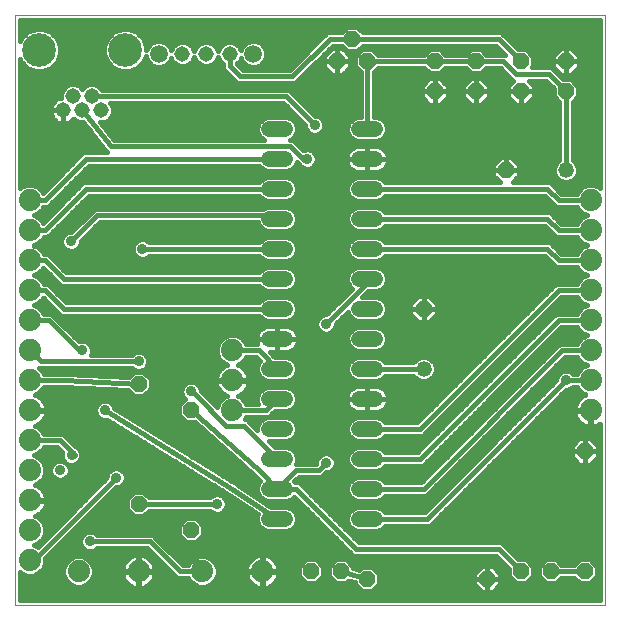
<source format=gbl>
G75*
%MOIN*%
%OFA0B0*%
%FSLAX25Y25*%
%IPPOS*%
%LPD*%
%AMOC8*
5,1,8,0,0,1.08239X$1,22.5*
%
%ADD10C,0.00000*%
%ADD11OC8,0.05200*%
%ADD12C,0.05200*%
%ADD13C,0.05150*%
%ADD14C,0.11220*%
%ADD15C,0.05937*%
%ADD16C,0.07400*%
%ADD17C,0.05200*%
%ADD18C,0.01600*%
%ADD19C,0.03562*%
D10*
X0001800Y0001800D02*
X0001800Y0198650D01*
X0198650Y0198650D01*
X0198650Y0001800D01*
X0001800Y0001800D01*
D11*
X0043050Y0035550D03*
X0060550Y0026800D03*
X0060550Y0066800D03*
X0043050Y0075550D03*
X0100550Y0013050D03*
X0110550Y0013050D03*
X0119300Y0010550D03*
X0159300Y0010550D03*
X0170550Y0013050D03*
X0180550Y0013050D03*
X0191800Y0013050D03*
X0191800Y0053050D03*
X0138050Y0100550D03*
X0165550Y0146800D03*
X0170550Y0173050D03*
X0170550Y0183050D03*
X0185550Y0183050D03*
X0185550Y0173050D03*
X0155550Y0173050D03*
X0155550Y0183050D03*
X0141800Y0183050D03*
X0141800Y0173050D03*
X0119300Y0183050D03*
X0114300Y0190550D03*
X0109300Y0183050D03*
D12*
X0185550Y0146800D03*
X0138050Y0080550D03*
D13*
X0073424Y0185550D03*
X0065550Y0185550D03*
X0057676Y0185550D03*
X0030599Y0166721D03*
X0027450Y0171446D03*
X0024300Y0166721D03*
X0021150Y0171446D03*
X0018001Y0166721D03*
D14*
X0009930Y0186800D03*
X0038670Y0186800D03*
D15*
X0049802Y0185550D03*
X0081298Y0185550D03*
D16*
X0006800Y0136800D03*
X0006800Y0126800D03*
X0006800Y0116800D03*
X0006800Y0106800D03*
X0006800Y0096800D03*
X0006800Y0086800D03*
X0006800Y0076800D03*
X0006800Y0066800D03*
X0006800Y0056800D03*
X0006800Y0046800D03*
X0006800Y0036800D03*
X0006800Y0026800D03*
X0006800Y0016800D03*
X0023050Y0013050D03*
X0043050Y0013050D03*
X0064300Y0013050D03*
X0084300Y0013050D03*
X0074300Y0066800D03*
X0074300Y0076800D03*
X0074300Y0086800D03*
X0193800Y0086800D03*
X0193800Y0076800D03*
X0193800Y0066800D03*
X0193800Y0096800D03*
X0193800Y0106800D03*
X0193800Y0116800D03*
X0193800Y0126800D03*
X0193800Y0136800D03*
D17*
X0121900Y0140550D02*
X0116700Y0140550D01*
X0116700Y0130550D02*
X0121900Y0130550D01*
X0121900Y0120550D02*
X0116700Y0120550D01*
X0116700Y0110550D02*
X0121900Y0110550D01*
X0121900Y0100550D02*
X0116700Y0100550D01*
X0116700Y0090550D02*
X0121900Y0090550D01*
X0121900Y0080550D02*
X0116700Y0080550D01*
X0116700Y0070550D02*
X0121900Y0070550D01*
X0121900Y0060550D02*
X0116700Y0060550D01*
X0116700Y0050550D02*
X0121900Y0050550D01*
X0121900Y0040550D02*
X0116700Y0040550D01*
X0116700Y0030550D02*
X0121900Y0030550D01*
X0091900Y0030550D02*
X0086700Y0030550D01*
X0086700Y0040550D02*
X0091900Y0040550D01*
X0091900Y0050550D02*
X0086700Y0050550D01*
X0086700Y0060550D02*
X0091900Y0060550D01*
X0091900Y0070550D02*
X0086700Y0070550D01*
X0086700Y0080550D02*
X0091900Y0080550D01*
X0091900Y0090550D02*
X0086700Y0090550D01*
X0086700Y0100550D02*
X0091900Y0100550D01*
X0091900Y0110550D02*
X0086700Y0110550D01*
X0086700Y0120550D02*
X0091900Y0120550D01*
X0091900Y0130550D02*
X0086700Y0130550D01*
X0086700Y0140550D02*
X0091900Y0140550D01*
X0091900Y0150550D02*
X0086700Y0150550D01*
X0086700Y0160550D02*
X0091900Y0160550D01*
X0116700Y0160550D02*
X0121900Y0160550D01*
X0121900Y0150550D02*
X0116700Y0150550D01*
D18*
X0113586Y0153659D02*
X0100108Y0153659D01*
X0099933Y0153731D02*
X0098667Y0153731D01*
X0098033Y0153468D01*
X0095840Y0155661D01*
X0094551Y0156950D01*
X0093661Y0156950D01*
X0094166Y0157159D01*
X0095291Y0158284D01*
X0095900Y0159754D01*
X0095900Y0161346D01*
X0095291Y0162816D01*
X0094166Y0163941D01*
X0092696Y0164550D01*
X0085904Y0164550D01*
X0084434Y0163941D01*
X0083309Y0162816D01*
X0082700Y0161346D01*
X0082700Y0159754D01*
X0083309Y0158284D01*
X0084434Y0157159D01*
X0084939Y0156950D01*
X0034836Y0156950D01*
X0030250Y0162746D01*
X0031390Y0162746D01*
X0032851Y0163352D01*
X0033969Y0164470D01*
X0034574Y0165931D01*
X0034574Y0167512D01*
X0033969Y0168973D01*
X0033696Y0169246D01*
X0091243Y0169246D01*
X0098619Y0161870D01*
X0098619Y0161167D01*
X0099103Y0159998D01*
X0099998Y0159103D01*
X0101167Y0158619D01*
X0102433Y0158619D01*
X0103602Y0159103D01*
X0104497Y0159998D01*
X0104981Y0161167D01*
X0104981Y0162433D01*
X0104497Y0163602D01*
X0103602Y0164497D01*
X0102433Y0164981D01*
X0101730Y0164981D01*
X0093066Y0173646D01*
X0030841Y0173646D01*
X0030819Y0173697D01*
X0029701Y0174815D01*
X0028240Y0175420D01*
X0026659Y0175420D01*
X0025198Y0174815D01*
X0024300Y0173917D01*
X0023402Y0174815D01*
X0021941Y0175420D01*
X0020360Y0175420D01*
X0018899Y0174815D01*
X0017781Y0173697D01*
X0017176Y0172236D01*
X0017176Y0171020D01*
X0016976Y0170988D01*
X0016321Y0170776D01*
X0015708Y0170463D01*
X0015151Y0170058D01*
X0014664Y0169571D01*
X0014259Y0169014D01*
X0013946Y0168401D01*
X0013734Y0167746D01*
X0013626Y0167066D01*
X0013626Y0166721D01*
X0013626Y0166377D01*
X0013734Y0165697D01*
X0013946Y0165042D01*
X0014259Y0164428D01*
X0014664Y0163871D01*
X0015151Y0163384D01*
X0015708Y0162980D01*
X0016321Y0162667D01*
X0016976Y0162454D01*
X0017656Y0162346D01*
X0018001Y0162346D01*
X0018345Y0162346D01*
X0019025Y0162454D01*
X0019680Y0162667D01*
X0020294Y0162980D01*
X0020851Y0163384D01*
X0021338Y0163871D01*
X0021418Y0163982D01*
X0022048Y0163352D01*
X0023509Y0162746D01*
X0024639Y0162746D01*
X0031571Y0153985D01*
X0031571Y0153839D01*
X0032125Y0153285D01*
X0032548Y0152750D01*
X0024639Y0152750D01*
X0023350Y0151461D01*
X0011257Y0139368D01*
X0011124Y0139689D01*
X0009689Y0141124D01*
X0007814Y0141900D01*
X0005786Y0141900D01*
X0003911Y0141124D01*
X0003600Y0140812D01*
X0003600Y0183763D01*
X0003987Y0182829D01*
X0005959Y0180857D01*
X0008535Y0179790D01*
X0011324Y0179790D01*
X0013901Y0180857D01*
X0015873Y0182829D01*
X0016940Y0185406D01*
X0016940Y0188194D01*
X0015873Y0190771D01*
X0013901Y0192743D01*
X0011324Y0193810D01*
X0008535Y0193810D01*
X0005959Y0192743D01*
X0003987Y0190771D01*
X0003600Y0189837D01*
X0003600Y0196850D01*
X0196850Y0196850D01*
X0196850Y0140962D01*
X0196689Y0141124D01*
X0194814Y0141900D01*
X0192786Y0141900D01*
X0190911Y0141124D01*
X0189476Y0139689D01*
X0189191Y0139000D01*
X0183961Y0139000D01*
X0181500Y0141461D01*
X0180211Y0142750D01*
X0167723Y0142750D01*
X0169950Y0144977D01*
X0169950Y0146800D01*
X0169950Y0148623D01*
X0167373Y0151200D01*
X0165550Y0151200D01*
X0165550Y0146800D01*
X0165550Y0146800D01*
X0169950Y0146800D01*
X0165550Y0146800D01*
X0165550Y0146800D01*
X0165550Y0146800D01*
X0161150Y0146800D01*
X0161150Y0148623D01*
X0163727Y0151200D01*
X0165550Y0151200D01*
X0165550Y0146800D01*
X0161150Y0146800D01*
X0161150Y0144977D01*
X0163377Y0142750D01*
X0125318Y0142750D01*
X0125291Y0142816D01*
X0124166Y0143941D01*
X0122696Y0144550D01*
X0115904Y0144550D01*
X0114434Y0143941D01*
X0113309Y0142816D01*
X0112700Y0141346D01*
X0112700Y0139754D01*
X0113309Y0138284D01*
X0114434Y0137159D01*
X0115904Y0136550D01*
X0122696Y0136550D01*
X0124166Y0137159D01*
X0125291Y0138284D01*
X0125318Y0138350D01*
X0178389Y0138350D01*
X0182139Y0134600D01*
X0189191Y0134600D01*
X0189476Y0133911D01*
X0190911Y0132476D01*
X0192544Y0131800D01*
X0190911Y0131124D01*
X0189476Y0129689D01*
X0189191Y0129000D01*
X0183961Y0129000D01*
X0181500Y0131461D01*
X0180211Y0132750D01*
X0125318Y0132750D01*
X0125291Y0132816D01*
X0124166Y0133941D01*
X0122696Y0134550D01*
X0115904Y0134550D01*
X0114434Y0133941D01*
X0113309Y0132816D01*
X0112700Y0131346D01*
X0112700Y0129754D01*
X0113309Y0128284D01*
X0114434Y0127159D01*
X0115904Y0126550D01*
X0122696Y0126550D01*
X0124166Y0127159D01*
X0125291Y0128284D01*
X0125318Y0128350D01*
X0178389Y0128350D01*
X0182139Y0124600D01*
X0189191Y0124600D01*
X0189476Y0123911D01*
X0190911Y0122476D01*
X0192544Y0121800D01*
X0190911Y0121124D01*
X0189476Y0119689D01*
X0189191Y0119000D01*
X0183961Y0119000D01*
X0181500Y0121461D01*
X0180211Y0122750D01*
X0125318Y0122750D01*
X0125291Y0122816D01*
X0124166Y0123941D01*
X0122696Y0124550D01*
X0115904Y0124550D01*
X0114434Y0123941D01*
X0113309Y0122816D01*
X0112700Y0121346D01*
X0112700Y0119754D01*
X0113309Y0118284D01*
X0114434Y0117159D01*
X0115904Y0116550D01*
X0122696Y0116550D01*
X0124166Y0117159D01*
X0125291Y0118284D01*
X0125318Y0118350D01*
X0178389Y0118350D01*
X0182139Y0114600D01*
X0189191Y0114600D01*
X0189476Y0113911D01*
X0190911Y0112476D01*
X0192544Y0111800D01*
X0190911Y0111124D01*
X0189476Y0109689D01*
X0189191Y0109000D01*
X0182139Y0109000D01*
X0180850Y0107711D01*
X0135889Y0062750D01*
X0125318Y0062750D01*
X0125291Y0062816D01*
X0124166Y0063941D01*
X0122696Y0064550D01*
X0115904Y0064550D01*
X0114434Y0063941D01*
X0113309Y0062816D01*
X0112700Y0061346D01*
X0112700Y0059754D01*
X0113309Y0058284D01*
X0114434Y0057159D01*
X0115904Y0056550D01*
X0122696Y0056550D01*
X0124166Y0057159D01*
X0125291Y0058284D01*
X0125318Y0058350D01*
X0137711Y0058350D01*
X0139000Y0059639D01*
X0183961Y0104600D01*
X0189191Y0104600D01*
X0189476Y0103911D01*
X0190911Y0102476D01*
X0192544Y0101800D01*
X0190911Y0101124D01*
X0189476Y0099689D01*
X0189191Y0099000D01*
X0182139Y0099000D01*
X0180850Y0097711D01*
X0135889Y0052750D01*
X0125318Y0052750D01*
X0125291Y0052816D01*
X0124166Y0053941D01*
X0122696Y0054550D01*
X0115904Y0054550D01*
X0114434Y0053941D01*
X0113309Y0052816D01*
X0112700Y0051346D01*
X0112700Y0049754D01*
X0113309Y0048284D01*
X0114434Y0047159D01*
X0115904Y0046550D01*
X0122696Y0046550D01*
X0124166Y0047159D01*
X0125291Y0048284D01*
X0125318Y0048350D01*
X0137711Y0048350D01*
X0183961Y0094600D01*
X0189191Y0094600D01*
X0189476Y0093911D01*
X0190911Y0092476D01*
X0192544Y0091800D01*
X0190911Y0091124D01*
X0189476Y0089689D01*
X0189191Y0089000D01*
X0183389Y0089000D01*
X0182100Y0087711D01*
X0137139Y0042750D01*
X0125318Y0042750D01*
X0125291Y0042816D01*
X0124166Y0043941D01*
X0122696Y0044550D01*
X0115904Y0044550D01*
X0114434Y0043941D01*
X0113309Y0042816D01*
X0112700Y0041346D01*
X0112700Y0039754D01*
X0113309Y0038284D01*
X0114434Y0037159D01*
X0115904Y0036550D01*
X0122696Y0036550D01*
X0124166Y0037159D01*
X0125291Y0038284D01*
X0125318Y0038350D01*
X0138961Y0038350D01*
X0140250Y0039639D01*
X0185211Y0084600D01*
X0189191Y0084600D01*
X0189476Y0083911D01*
X0190911Y0082476D01*
X0192544Y0081800D01*
X0190911Y0081124D01*
X0189476Y0079689D01*
X0189191Y0079000D01*
X0187849Y0079000D01*
X0187352Y0079497D01*
X0186183Y0079981D01*
X0184917Y0079981D01*
X0183748Y0079497D01*
X0182853Y0078602D01*
X0182369Y0077433D01*
X0182369Y0076730D01*
X0138389Y0032750D01*
X0125318Y0032750D01*
X0125291Y0032816D01*
X0124166Y0033941D01*
X0122696Y0034550D01*
X0115904Y0034550D01*
X0114434Y0033941D01*
X0113309Y0032816D01*
X0112700Y0031346D01*
X0112700Y0029754D01*
X0113309Y0028284D01*
X0114434Y0027159D01*
X0115904Y0026550D01*
X0122696Y0026550D01*
X0124166Y0027159D01*
X0125291Y0028284D01*
X0125318Y0028350D01*
X0140211Y0028350D01*
X0185480Y0073619D01*
X0186183Y0073619D01*
X0187352Y0074103D01*
X0187849Y0074600D01*
X0189191Y0074600D01*
X0189476Y0073911D01*
X0190911Y0072476D01*
X0192037Y0072010D01*
X0191689Y0071897D01*
X0190917Y0071504D01*
X0190217Y0070995D01*
X0189605Y0070383D01*
X0189096Y0069683D01*
X0188703Y0068911D01*
X0188435Y0068088D01*
X0188300Y0067233D01*
X0188300Y0067000D01*
X0193600Y0067000D01*
X0193600Y0066600D01*
X0194000Y0066600D01*
X0194000Y0061300D01*
X0194233Y0061300D01*
X0195088Y0061435D01*
X0195911Y0061703D01*
X0196683Y0062096D01*
X0196850Y0062218D01*
X0196850Y0003600D01*
X0003600Y0003600D01*
X0003600Y0012788D01*
X0003911Y0012476D01*
X0005786Y0011700D01*
X0007814Y0011700D01*
X0009689Y0012476D01*
X0011124Y0013911D01*
X0011900Y0015786D01*
X0011900Y0017539D01*
X0035480Y0041119D01*
X0036183Y0041119D01*
X0037352Y0041603D01*
X0038247Y0042498D01*
X0038731Y0043667D01*
X0038731Y0044933D01*
X0038247Y0046102D01*
X0037352Y0046997D01*
X0036183Y0047481D01*
X0034917Y0047481D01*
X0033748Y0046997D01*
X0032853Y0046102D01*
X0032369Y0044933D01*
X0032369Y0044230D01*
X0009387Y0021249D01*
X0008056Y0021800D01*
X0009689Y0022476D01*
X0011124Y0023911D01*
X0011900Y0025786D01*
X0011900Y0027814D01*
X0011124Y0029689D01*
X0009689Y0031124D01*
X0008563Y0031590D01*
X0008911Y0031703D01*
X0009683Y0032096D01*
X0010383Y0032605D01*
X0010995Y0033217D01*
X0011504Y0033917D01*
X0011897Y0034689D01*
X0012165Y0035512D01*
X0012300Y0036367D01*
X0012300Y0036600D01*
X0007000Y0036600D01*
X0007000Y0037000D01*
X0012300Y0037000D01*
X0012300Y0037233D01*
X0012165Y0038088D01*
X0011897Y0038911D01*
X0011504Y0039683D01*
X0010995Y0040383D01*
X0010383Y0040995D01*
X0009683Y0041504D01*
X0008911Y0041897D01*
X0008563Y0042010D01*
X0009689Y0042476D01*
X0011124Y0043911D01*
X0011900Y0045786D01*
X0011900Y0047814D01*
X0011124Y0049689D01*
X0009689Y0051124D01*
X0008056Y0051800D01*
X0009689Y0052476D01*
X0011124Y0053911D01*
X0011409Y0054600D01*
X0015889Y0054600D01*
X0017690Y0052799D01*
X0017538Y0052433D01*
X0017538Y0051167D01*
X0018022Y0049998D01*
X0018355Y0049665D01*
X0017498Y0050020D01*
X0016233Y0050020D01*
X0015064Y0049536D01*
X0014169Y0048641D01*
X0013684Y0047472D01*
X0013684Y0046206D01*
X0014169Y0045037D01*
X0015064Y0044142D01*
X0016233Y0043658D01*
X0017498Y0043658D01*
X0018668Y0044142D01*
X0019562Y0045037D01*
X0020047Y0046206D01*
X0020047Y0047472D01*
X0019562Y0048641D01*
X0019229Y0048974D01*
X0020086Y0048619D01*
X0021352Y0048619D01*
X0022521Y0049103D01*
X0023416Y0049998D01*
X0023632Y0050521D01*
X0024000Y0050889D01*
X0024000Y0052711D01*
X0023632Y0053079D01*
X0023416Y0053602D01*
X0022521Y0054497D01*
X0021998Y0054713D01*
X0017711Y0059000D01*
X0011409Y0059000D01*
X0011124Y0059689D01*
X0009689Y0061124D01*
X0008563Y0061590D01*
X0008911Y0061703D01*
X0009683Y0062096D01*
X0010383Y0062605D01*
X0010995Y0063217D01*
X0011504Y0063917D01*
X0011897Y0064689D01*
X0012165Y0065512D01*
X0012300Y0066367D01*
X0012300Y0066600D01*
X0007000Y0066600D01*
X0007000Y0067000D01*
X0012300Y0067000D01*
X0012300Y0067233D01*
X0012165Y0068088D01*
X0011897Y0068911D01*
X0011504Y0069683D01*
X0010995Y0070383D01*
X0010383Y0070995D01*
X0009683Y0071504D01*
X0008911Y0071897D01*
X0008563Y0072010D01*
X0009689Y0072476D01*
X0011124Y0073911D01*
X0011409Y0074600D01*
X0017995Y0074600D01*
X0039414Y0073529D01*
X0041393Y0071550D01*
X0044707Y0071550D01*
X0047050Y0073893D01*
X0047050Y0077207D01*
X0044707Y0079550D01*
X0041393Y0079550D01*
X0039760Y0077917D01*
X0019006Y0078955D01*
X0018961Y0079000D01*
X0018105Y0079000D01*
X0017250Y0079043D01*
X0017202Y0079000D01*
X0011409Y0079000D01*
X0011124Y0079689D01*
X0009962Y0080850D01*
X0040751Y0080850D01*
X0041248Y0080353D01*
X0042417Y0079869D01*
X0043683Y0079869D01*
X0044852Y0080353D01*
X0045747Y0081248D01*
X0046231Y0082417D01*
X0046231Y0083683D01*
X0045747Y0084852D01*
X0044852Y0085747D01*
X0043683Y0086231D01*
X0042417Y0086231D01*
X0041248Y0085747D01*
X0040751Y0085250D01*
X0027101Y0085250D01*
X0027481Y0086167D01*
X0027481Y0087433D01*
X0026997Y0088602D01*
X0026102Y0089497D01*
X0024933Y0089981D01*
X0023667Y0089981D01*
X0023181Y0089780D01*
X0013961Y0099000D01*
X0011409Y0099000D01*
X0011124Y0099689D01*
X0009689Y0101124D01*
X0008056Y0101800D01*
X0009689Y0102476D01*
X0011124Y0103911D01*
X0011257Y0104232D01*
X0015850Y0099639D01*
X0017139Y0098350D01*
X0083282Y0098350D01*
X0083309Y0098284D01*
X0084434Y0097159D01*
X0085904Y0096550D01*
X0092696Y0096550D01*
X0094166Y0097159D01*
X0095291Y0098284D01*
X0095900Y0099754D01*
X0095900Y0101346D01*
X0095291Y0102816D01*
X0094166Y0103941D01*
X0092696Y0104550D01*
X0085904Y0104550D01*
X0084434Y0103941D01*
X0083309Y0102816D01*
X0083282Y0102750D01*
X0018961Y0102750D01*
X0012711Y0109000D01*
X0011409Y0109000D01*
X0011124Y0109689D01*
X0009689Y0111124D01*
X0008056Y0111800D01*
X0009689Y0112476D01*
X0011124Y0113911D01*
X0011257Y0114232D01*
X0015850Y0109639D01*
X0017139Y0108350D01*
X0083282Y0108350D01*
X0083309Y0108284D01*
X0084434Y0107159D01*
X0085904Y0106550D01*
X0092696Y0106550D01*
X0094166Y0107159D01*
X0095291Y0108284D01*
X0095900Y0109754D01*
X0095900Y0111346D01*
X0095291Y0112816D01*
X0094166Y0113941D01*
X0092696Y0114550D01*
X0085904Y0114550D01*
X0084434Y0113941D01*
X0083309Y0112816D01*
X0083282Y0112750D01*
X0018961Y0112750D01*
X0012711Y0119000D01*
X0011409Y0119000D01*
X0011124Y0119689D01*
X0009689Y0121124D01*
X0008056Y0121800D01*
X0009689Y0122476D01*
X0011124Y0123911D01*
X0011409Y0124600D01*
X0012711Y0124600D01*
X0026461Y0138350D01*
X0083282Y0138350D01*
X0083309Y0138284D01*
X0084434Y0137159D01*
X0085904Y0136550D01*
X0092696Y0136550D01*
X0094166Y0137159D01*
X0095291Y0138284D01*
X0095900Y0139754D01*
X0095900Y0141346D01*
X0095291Y0142816D01*
X0094166Y0143941D01*
X0092696Y0144550D01*
X0085904Y0144550D01*
X0084434Y0143941D01*
X0083309Y0142816D01*
X0083282Y0142750D01*
X0024639Y0142750D01*
X0023350Y0141461D01*
X0011257Y0129368D01*
X0011124Y0129689D01*
X0009689Y0131124D01*
X0008056Y0131800D01*
X0009689Y0132476D01*
X0011124Y0133911D01*
X0011409Y0134600D01*
X0012711Y0134600D01*
X0026461Y0148350D01*
X0083282Y0148350D01*
X0083309Y0148284D01*
X0084434Y0147159D01*
X0085904Y0146550D01*
X0092696Y0146550D01*
X0094166Y0147159D01*
X0095291Y0148284D01*
X0095790Y0149489D01*
X0096928Y0148350D01*
X0097001Y0148350D01*
X0097498Y0147853D01*
X0098667Y0147369D01*
X0099933Y0147369D01*
X0101102Y0147853D01*
X0101997Y0148748D01*
X0102481Y0149917D01*
X0102481Y0151183D01*
X0101997Y0152352D01*
X0101102Y0153247D01*
X0099933Y0153731D01*
X0098492Y0153659D02*
X0097842Y0153659D01*
X0096244Y0155257D02*
X0183350Y0155257D01*
X0183350Y0153659D02*
X0125014Y0153659D01*
X0125256Y0153416D02*
X0124766Y0153906D01*
X0124206Y0154313D01*
X0123589Y0154628D01*
X0122930Y0154842D01*
X0122246Y0154950D01*
X0119300Y0154950D01*
X0119300Y0150550D01*
X0119300Y0150550D01*
X0126300Y0150550D01*
X0126300Y0150896D01*
X0126192Y0151580D01*
X0125978Y0152239D01*
X0125663Y0152856D01*
X0125256Y0153416D01*
X0126036Y0152060D02*
X0183350Y0152060D01*
X0183350Y0150462D02*
X0168111Y0150462D01*
X0169709Y0148863D02*
X0182075Y0148863D01*
X0182159Y0149066D02*
X0181550Y0147596D01*
X0181550Y0146004D01*
X0182159Y0144534D01*
X0183284Y0143409D01*
X0184754Y0142800D01*
X0186346Y0142800D01*
X0187816Y0143409D01*
X0188941Y0144534D01*
X0189550Y0146004D01*
X0189550Y0147596D01*
X0188941Y0149066D01*
X0187816Y0150191D01*
X0187750Y0150218D01*
X0187750Y0169593D01*
X0189550Y0171393D01*
X0189550Y0174707D01*
X0187207Y0177050D01*
X0184661Y0177050D01*
X0181950Y0179761D01*
X0180661Y0181050D01*
X0174207Y0181050D01*
X0174550Y0181393D01*
X0174550Y0184707D01*
X0172207Y0187050D01*
X0169661Y0187050D01*
X0163961Y0192750D01*
X0117757Y0192750D01*
X0115957Y0194550D01*
X0112643Y0194550D01*
X0110843Y0192750D01*
X0105889Y0192750D01*
X0104600Y0191461D01*
X0093389Y0180250D01*
X0077711Y0180250D01*
X0075728Y0182233D01*
X0076794Y0183298D01*
X0077148Y0184154D01*
X0077595Y0183075D01*
X0078823Y0181847D01*
X0080429Y0181181D01*
X0082167Y0181181D01*
X0083773Y0181847D01*
X0085001Y0183075D01*
X0085667Y0184681D01*
X0085667Y0186419D01*
X0085001Y0188025D01*
X0083773Y0189253D01*
X0082167Y0189918D01*
X0080429Y0189918D01*
X0078823Y0189253D01*
X0077595Y0188025D01*
X0077148Y0186946D01*
X0076794Y0187802D01*
X0075676Y0188920D01*
X0074215Y0189525D01*
X0072633Y0189525D01*
X0071172Y0188920D01*
X0070054Y0187802D01*
X0069487Y0186432D01*
X0068920Y0187802D01*
X0067802Y0188920D01*
X0066341Y0189525D01*
X0064759Y0189525D01*
X0063298Y0188920D01*
X0062180Y0187802D01*
X0061613Y0186432D01*
X0061046Y0187802D01*
X0059928Y0188920D01*
X0058467Y0189525D01*
X0056885Y0189525D01*
X0055424Y0188920D01*
X0054306Y0187802D01*
X0053952Y0186946D01*
X0053505Y0188025D01*
X0052277Y0189253D01*
X0050671Y0189918D01*
X0048933Y0189918D01*
X0047327Y0189253D01*
X0046099Y0188025D01*
X0045680Y0187015D01*
X0045680Y0188194D01*
X0044613Y0190771D01*
X0042641Y0192743D01*
X0040064Y0193810D01*
X0037276Y0193810D01*
X0034699Y0192743D01*
X0032727Y0190771D01*
X0031660Y0188194D01*
X0031660Y0185406D01*
X0032727Y0182829D01*
X0034699Y0180857D01*
X0037276Y0179790D01*
X0040064Y0179790D01*
X0042641Y0180857D01*
X0044613Y0182829D01*
X0045433Y0184810D01*
X0045433Y0184681D01*
X0046099Y0183075D01*
X0047327Y0181847D01*
X0048933Y0181181D01*
X0050671Y0181181D01*
X0052277Y0181847D01*
X0053505Y0183075D01*
X0053952Y0184154D01*
X0054306Y0183298D01*
X0055424Y0182180D01*
X0056885Y0181575D01*
X0058467Y0181575D01*
X0059928Y0182180D01*
X0061046Y0183298D01*
X0061613Y0184668D01*
X0062180Y0183298D01*
X0063298Y0182180D01*
X0064759Y0181575D01*
X0066341Y0181575D01*
X0067802Y0182180D01*
X0068920Y0183298D01*
X0069487Y0184668D01*
X0070054Y0183298D01*
X0071172Y0182180D01*
X0071224Y0182159D01*
X0071224Y0180515D01*
X0074600Y0177139D01*
X0075889Y0175850D01*
X0095211Y0175850D01*
X0096500Y0177139D01*
X0107711Y0188350D01*
X0110843Y0188350D01*
X0112643Y0186550D01*
X0115957Y0186550D01*
X0117757Y0188350D01*
X0162139Y0188350D01*
X0165239Y0185250D01*
X0159007Y0185250D01*
X0157207Y0187050D01*
X0153893Y0187050D01*
X0152093Y0185250D01*
X0145257Y0185250D01*
X0143457Y0187050D01*
X0140143Y0187050D01*
X0138343Y0185250D01*
X0122757Y0185250D01*
X0120957Y0187050D01*
X0117643Y0187050D01*
X0115300Y0184707D01*
X0115300Y0181393D01*
X0117100Y0179593D01*
X0117100Y0164550D01*
X0115904Y0164550D01*
X0114434Y0163941D01*
X0113309Y0162816D01*
X0112700Y0161346D01*
X0112700Y0159754D01*
X0113309Y0158284D01*
X0114434Y0157159D01*
X0115904Y0156550D01*
X0122696Y0156550D01*
X0124166Y0157159D01*
X0125291Y0158284D01*
X0125900Y0159754D01*
X0125900Y0161346D01*
X0125291Y0162816D01*
X0124166Y0163941D01*
X0122696Y0164550D01*
X0121500Y0164550D01*
X0121500Y0179593D01*
X0122757Y0180850D01*
X0138343Y0180850D01*
X0140143Y0179050D01*
X0143457Y0179050D01*
X0145257Y0180850D01*
X0152093Y0180850D01*
X0153893Y0179050D01*
X0157207Y0179050D01*
X0159007Y0180850D01*
X0163699Y0180850D01*
X0166610Y0177939D01*
X0167899Y0176650D01*
X0167927Y0176650D01*
X0166150Y0174873D01*
X0166150Y0173050D01*
X0170550Y0173050D01*
X0174950Y0173050D01*
X0174950Y0174873D01*
X0173173Y0176650D01*
X0178839Y0176650D01*
X0181550Y0173939D01*
X0181550Y0171393D01*
X0183350Y0169593D01*
X0183350Y0150218D01*
X0183284Y0150191D01*
X0182159Y0149066D01*
X0181550Y0147265D02*
X0169950Y0147265D01*
X0169950Y0145666D02*
X0181690Y0145666D01*
X0182626Y0144068D02*
X0169040Y0144068D01*
X0165550Y0147265D02*
X0165550Y0147265D01*
X0165550Y0148863D02*
X0165550Y0148863D01*
X0165550Y0150462D02*
X0165550Y0150462D01*
X0162989Y0150462D02*
X0126300Y0150462D01*
X0126300Y0150550D02*
X0119300Y0150550D01*
X0119300Y0150550D01*
X0119300Y0146150D01*
X0122246Y0146150D01*
X0122930Y0146258D01*
X0123589Y0146472D01*
X0124206Y0146787D01*
X0124766Y0147194D01*
X0125256Y0147684D01*
X0125663Y0148244D01*
X0125978Y0148861D01*
X0126192Y0149520D01*
X0126300Y0150204D01*
X0126300Y0150550D01*
X0125978Y0148863D02*
X0161391Y0148863D01*
X0161150Y0147265D02*
X0124837Y0147265D01*
X0123860Y0144068D02*
X0162060Y0144068D01*
X0161150Y0145666D02*
X0023777Y0145666D01*
X0022179Y0144068D02*
X0084740Y0144068D01*
X0084329Y0147265D02*
X0025376Y0147265D01*
X0025550Y0150550D02*
X0089300Y0150550D01*
X0093640Y0154750D02*
X0033771Y0154750D01*
X0024300Y0166721D01*
X0022295Y0163250D02*
X0020665Y0163250D01*
X0018001Y0163250D02*
X0018001Y0163250D01*
X0018001Y0162346D02*
X0018001Y0166721D01*
X0018001Y0166721D01*
X0018001Y0162346D01*
X0015336Y0163250D02*
X0003600Y0163250D01*
X0003600Y0164848D02*
X0014045Y0164848D01*
X0013626Y0166447D02*
X0003600Y0166447D01*
X0003600Y0168045D02*
X0013831Y0168045D01*
X0013626Y0166721D02*
X0018001Y0166721D01*
X0013626Y0166721D01*
X0014736Y0169644D02*
X0003600Y0169644D01*
X0003600Y0171242D02*
X0017176Y0171242D01*
X0017426Y0172841D02*
X0003600Y0172841D01*
X0003600Y0174439D02*
X0018523Y0174439D01*
X0023778Y0174439D02*
X0024822Y0174439D01*
X0027450Y0171446D02*
X0092154Y0171446D01*
X0101800Y0161800D01*
X0098619Y0161651D02*
X0095773Y0161651D01*
X0095900Y0160053D02*
X0099081Y0160053D01*
X0097239Y0163250D02*
X0094857Y0163250D01*
X0095641Y0164848D02*
X0034126Y0164848D01*
X0034574Y0166447D02*
X0094042Y0166447D01*
X0092444Y0168045D02*
X0034353Y0168045D01*
X0032605Y0163250D02*
X0083743Y0163250D01*
X0082827Y0161651D02*
X0031117Y0161651D01*
X0032381Y0160053D02*
X0082700Y0160053D01*
X0083239Y0158454D02*
X0033646Y0158454D01*
X0030565Y0155257D02*
X0003600Y0155257D01*
X0003600Y0153659D02*
X0031751Y0153659D01*
X0029300Y0156856D02*
X0003600Y0156856D01*
X0003600Y0158454D02*
X0028035Y0158454D01*
X0026771Y0160053D02*
X0003600Y0160053D01*
X0003600Y0161651D02*
X0025506Y0161651D01*
X0018001Y0164848D02*
X0018001Y0164848D01*
X0018001Y0166447D02*
X0018001Y0166447D01*
X0018001Y0166721D02*
X0018001Y0166721D01*
X0030077Y0174439D02*
X0117100Y0174439D01*
X0117100Y0172841D02*
X0093871Y0172841D01*
X0095469Y0171242D02*
X0117100Y0171242D01*
X0117100Y0169644D02*
X0097068Y0169644D01*
X0098666Y0168045D02*
X0117100Y0168045D01*
X0117100Y0166447D02*
X0100265Y0166447D01*
X0102754Y0164848D02*
X0117100Y0164848D01*
X0113743Y0163250D02*
X0104643Y0163250D01*
X0104981Y0161651D02*
X0112827Y0161651D01*
X0112700Y0160053D02*
X0104519Y0160053D01*
X0102118Y0152060D02*
X0112564Y0152060D01*
X0112622Y0152239D02*
X0112408Y0151580D01*
X0112300Y0150896D01*
X0112300Y0150550D01*
X0119300Y0150550D01*
X0119300Y0150550D01*
X0119300Y0150550D01*
X0119300Y0154950D01*
X0116354Y0154950D01*
X0115670Y0154842D01*
X0115011Y0154628D01*
X0114394Y0154313D01*
X0113834Y0153906D01*
X0113344Y0153416D01*
X0112937Y0152856D01*
X0112622Y0152239D01*
X0112300Y0150550D02*
X0112300Y0150204D01*
X0112408Y0149520D01*
X0112622Y0148861D01*
X0112937Y0148244D01*
X0113344Y0147684D01*
X0113834Y0147194D01*
X0114394Y0146787D01*
X0115011Y0146472D01*
X0115670Y0146258D01*
X0116354Y0146150D01*
X0119300Y0146150D01*
X0119300Y0150550D01*
X0112300Y0150550D01*
X0112300Y0150462D02*
X0102481Y0150462D01*
X0102044Y0148863D02*
X0112622Y0148863D01*
X0113763Y0147265D02*
X0094271Y0147265D01*
X0095531Y0148863D02*
X0096415Y0148863D01*
X0097840Y0150550D02*
X0093640Y0154750D01*
X0094645Y0156856D02*
X0115167Y0156856D01*
X0113239Y0158454D02*
X0095361Y0158454D01*
X0097840Y0150550D02*
X0099300Y0150550D01*
X0093860Y0144068D02*
X0114740Y0144068D01*
X0113165Y0142469D02*
X0095435Y0142469D01*
X0095900Y0140870D02*
X0112700Y0140870D01*
X0112900Y0139272D02*
X0095700Y0139272D01*
X0094680Y0137673D02*
X0113920Y0137673D01*
X0115727Y0134476D02*
X0092873Y0134476D01*
X0092696Y0134550D02*
X0094166Y0133941D01*
X0095291Y0132816D01*
X0095900Y0131346D01*
X0095900Y0129754D01*
X0095291Y0128284D01*
X0094166Y0127159D01*
X0092696Y0126550D01*
X0085904Y0126550D01*
X0084434Y0127159D01*
X0083309Y0128284D01*
X0082764Y0129600D01*
X0030211Y0129600D01*
X0023731Y0123120D01*
X0023731Y0122417D01*
X0023247Y0121248D01*
X0022352Y0120353D01*
X0021183Y0119869D01*
X0019917Y0119869D01*
X0018748Y0120353D01*
X0017853Y0121248D01*
X0017369Y0122417D01*
X0017369Y0123683D01*
X0017853Y0124852D01*
X0018748Y0125747D01*
X0019917Y0126231D01*
X0020620Y0126231D01*
X0028389Y0134000D01*
X0084577Y0134000D01*
X0085904Y0134550D01*
X0092696Y0134550D01*
X0095229Y0132878D02*
X0113371Y0132878D01*
X0112700Y0131279D02*
X0095900Y0131279D01*
X0095870Y0129681D02*
X0112730Y0129681D01*
X0113511Y0128082D02*
X0095089Y0128082D01*
X0094166Y0123941D02*
X0092696Y0124550D01*
X0085904Y0124550D01*
X0084434Y0123941D01*
X0083309Y0122816D01*
X0083282Y0122750D01*
X0046599Y0122750D01*
X0046102Y0123247D01*
X0044933Y0123731D01*
X0043667Y0123731D01*
X0042498Y0123247D01*
X0041603Y0122352D01*
X0041119Y0121183D01*
X0041119Y0119917D01*
X0041603Y0118748D01*
X0042498Y0117853D01*
X0043667Y0117369D01*
X0044933Y0117369D01*
X0046102Y0117853D01*
X0046599Y0118350D01*
X0083282Y0118350D01*
X0083309Y0118284D01*
X0084434Y0117159D01*
X0085904Y0116550D01*
X0092696Y0116550D01*
X0094166Y0117159D01*
X0095291Y0118284D01*
X0095900Y0119754D01*
X0095900Y0121346D01*
X0095291Y0122816D01*
X0094166Y0123941D01*
X0094820Y0123287D02*
X0113780Y0123287D01*
X0112842Y0121688D02*
X0095758Y0121688D01*
X0095900Y0120090D02*
X0112700Y0120090D01*
X0113223Y0118491D02*
X0095377Y0118491D01*
X0093523Y0116893D02*
X0115077Y0116893D01*
X0115904Y0114550D02*
X0114434Y0113941D01*
X0113309Y0112816D01*
X0112700Y0111346D01*
X0112700Y0109754D01*
X0113309Y0108284D01*
X0114241Y0107352D01*
X0105620Y0098731D01*
X0104917Y0098731D01*
X0103748Y0098247D01*
X0102853Y0097352D01*
X0102369Y0096183D01*
X0102369Y0094917D01*
X0102853Y0093748D01*
X0103748Y0092853D01*
X0104917Y0092369D01*
X0106183Y0092369D01*
X0107352Y0092853D01*
X0108247Y0093748D01*
X0108731Y0094917D01*
X0108731Y0095620D01*
X0112749Y0099637D01*
X0113309Y0098284D01*
X0114434Y0097159D01*
X0115904Y0096550D01*
X0122696Y0096550D01*
X0124166Y0097159D01*
X0125291Y0098284D01*
X0125900Y0099754D01*
X0125900Y0101346D01*
X0125291Y0102816D01*
X0124166Y0103941D01*
X0122696Y0104550D01*
X0117661Y0104550D01*
X0119661Y0106550D01*
X0122696Y0106550D01*
X0124166Y0107159D01*
X0125291Y0108284D01*
X0125900Y0109754D01*
X0125900Y0111346D01*
X0125291Y0112816D01*
X0124166Y0113941D01*
X0122696Y0114550D01*
X0115904Y0114550D01*
X0114189Y0113696D02*
X0094411Y0113696D01*
X0095589Y0112097D02*
X0113011Y0112097D01*
X0112700Y0110499D02*
X0095900Y0110499D01*
X0095546Y0108900D02*
X0113054Y0108900D01*
X0114190Y0107302D02*
X0094309Y0107302D01*
X0093771Y0104105D02*
X0110993Y0104105D01*
X0109395Y0102506D02*
X0095419Y0102506D01*
X0095900Y0100908D02*
X0107796Y0100908D01*
X0106198Y0099309D02*
X0095716Y0099309D01*
X0094718Y0097711D02*
X0103212Y0097711D01*
X0102369Y0096112D02*
X0016849Y0096112D01*
X0018448Y0094514D02*
X0084787Y0094514D01*
X0085011Y0094628D02*
X0084394Y0094313D01*
X0083834Y0093906D01*
X0083344Y0093416D01*
X0082937Y0092856D01*
X0082622Y0092239D01*
X0082408Y0091580D01*
X0082300Y0090896D01*
X0082300Y0090550D01*
X0089300Y0090550D01*
X0089300Y0090550D01*
X0089300Y0094950D01*
X0092246Y0094950D01*
X0092930Y0094842D01*
X0093589Y0094628D01*
X0094206Y0094313D01*
X0094766Y0093906D01*
X0095256Y0093416D01*
X0095663Y0092856D01*
X0095978Y0092239D01*
X0096192Y0091580D01*
X0096300Y0090896D01*
X0096300Y0090550D01*
X0089300Y0090550D01*
X0089300Y0090550D01*
X0089300Y0090550D01*
X0089300Y0094950D01*
X0086354Y0094950D01*
X0085670Y0094842D01*
X0085011Y0094628D01*
X0082980Y0092915D02*
X0020046Y0092915D01*
X0021645Y0091317D02*
X0071877Y0091317D01*
X0071411Y0091124D02*
X0073286Y0091900D01*
X0075314Y0091900D01*
X0077189Y0091124D01*
X0078624Y0089689D01*
X0078909Y0089000D01*
X0082577Y0089000D01*
X0082408Y0089520D01*
X0082300Y0090204D01*
X0082300Y0090550D01*
X0089300Y0090550D01*
X0096300Y0090550D01*
X0096300Y0090204D01*
X0096192Y0089520D01*
X0095978Y0088861D01*
X0095663Y0088244D01*
X0095256Y0087684D01*
X0094766Y0087194D01*
X0094206Y0086787D01*
X0093589Y0086472D01*
X0092930Y0086258D01*
X0092246Y0086150D01*
X0089300Y0086150D01*
X0089300Y0090550D01*
X0089300Y0090550D01*
X0089300Y0086150D01*
X0086811Y0086150D01*
X0088411Y0084550D01*
X0092696Y0084550D01*
X0094166Y0083941D01*
X0095291Y0082816D01*
X0095900Y0081346D01*
X0095900Y0079754D01*
X0095291Y0078284D01*
X0094166Y0077159D01*
X0092696Y0076550D01*
X0085904Y0076550D01*
X0084434Y0077159D01*
X0083309Y0078284D01*
X0082700Y0079754D01*
X0082700Y0081346D01*
X0083309Y0082816D01*
X0083616Y0083123D01*
X0082139Y0084600D01*
X0078909Y0084600D01*
X0078624Y0083911D01*
X0077189Y0082476D01*
X0076063Y0082010D01*
X0076411Y0081897D01*
X0077183Y0081504D01*
X0077883Y0080995D01*
X0078495Y0080383D01*
X0079004Y0079683D01*
X0079397Y0078911D01*
X0079665Y0078088D01*
X0079800Y0077233D01*
X0079800Y0077000D01*
X0074500Y0077000D01*
X0074500Y0076600D01*
X0079800Y0076600D01*
X0079800Y0076367D01*
X0079665Y0075512D01*
X0079397Y0074689D01*
X0079004Y0073917D01*
X0078495Y0073217D01*
X0077883Y0072605D01*
X0077183Y0072096D01*
X0076411Y0071703D01*
X0076063Y0071590D01*
X0077189Y0071124D01*
X0078624Y0069689D01*
X0078909Y0069000D01*
X0083012Y0069000D01*
X0082700Y0069754D01*
X0082700Y0071346D01*
X0083309Y0072816D01*
X0084434Y0073941D01*
X0085904Y0074550D01*
X0092696Y0074550D01*
X0094166Y0073941D01*
X0095291Y0072816D01*
X0095900Y0071346D01*
X0095900Y0069754D01*
X0095291Y0068284D01*
X0094166Y0067159D01*
X0092696Y0066550D01*
X0088411Y0066550D01*
X0086461Y0064600D01*
X0078909Y0064600D01*
X0078624Y0063911D01*
X0078612Y0063900D01*
X0079061Y0063900D01*
X0080350Y0062611D01*
X0082700Y0060261D01*
X0082700Y0061346D01*
X0083309Y0062816D01*
X0084434Y0063941D01*
X0085904Y0064550D01*
X0092696Y0064550D01*
X0094166Y0063941D01*
X0095291Y0062816D01*
X0095900Y0061346D01*
X0095900Y0059754D01*
X0095291Y0058284D01*
X0094166Y0057159D01*
X0092696Y0056550D01*
X0086411Y0056550D01*
X0088411Y0054550D01*
X0092696Y0054550D01*
X0094166Y0053941D01*
X0095291Y0052816D01*
X0095900Y0051346D01*
X0095900Y0049754D01*
X0095588Y0049000D01*
X0102139Y0049000D01*
X0102369Y0049230D01*
X0102369Y0049933D01*
X0102853Y0051102D01*
X0103748Y0051997D01*
X0104917Y0052481D01*
X0106183Y0052481D01*
X0107352Y0051997D01*
X0108247Y0051102D01*
X0108731Y0049933D01*
X0108731Y0048667D01*
X0108247Y0047498D01*
X0107352Y0046603D01*
X0106183Y0046119D01*
X0105480Y0046119D01*
X0103961Y0044600D01*
X0096461Y0044600D01*
X0094984Y0043123D01*
X0095291Y0042816D01*
X0095318Y0042750D01*
X0096461Y0042750D01*
X0116461Y0022750D01*
X0163961Y0022750D01*
X0169661Y0017050D01*
X0172207Y0017050D01*
X0174550Y0014707D01*
X0174550Y0011393D01*
X0172207Y0009050D01*
X0168893Y0009050D01*
X0166550Y0011393D01*
X0166550Y0013939D01*
X0162139Y0018350D01*
X0114639Y0018350D01*
X0113350Y0019639D01*
X0094998Y0037991D01*
X0094166Y0037159D01*
X0092696Y0036550D01*
X0085904Y0036550D01*
X0084434Y0037159D01*
X0083309Y0038284D01*
X0082700Y0039754D01*
X0082700Y0041346D01*
X0083309Y0042816D01*
X0083616Y0043123D01*
X0081540Y0045199D01*
X0061739Y0062800D01*
X0058893Y0062800D01*
X0056550Y0065143D01*
X0056550Y0068457D01*
X0058597Y0070504D01*
X0057853Y0071248D01*
X0057369Y0072417D01*
X0057369Y0073683D01*
X0057853Y0074852D01*
X0058748Y0075747D01*
X0059917Y0076231D01*
X0061183Y0076231D01*
X0062352Y0075747D01*
X0063247Y0074852D01*
X0063731Y0073683D01*
X0063731Y0073299D01*
X0064182Y0072932D01*
X0064196Y0072803D01*
X0069200Y0067799D01*
X0069200Y0067814D01*
X0069976Y0069689D01*
X0071411Y0071124D01*
X0072537Y0071590D01*
X0072189Y0071703D01*
X0071417Y0072096D01*
X0070717Y0072605D01*
X0070105Y0073217D01*
X0069596Y0073917D01*
X0069203Y0074689D01*
X0068935Y0075512D01*
X0068800Y0076367D01*
X0068800Y0076600D01*
X0074100Y0076600D01*
X0074100Y0077000D01*
X0068800Y0077000D01*
X0068800Y0077233D01*
X0068935Y0078088D01*
X0069203Y0078911D01*
X0069596Y0079683D01*
X0070105Y0080383D01*
X0070717Y0080995D01*
X0071417Y0081504D01*
X0072189Y0081897D01*
X0072537Y0082010D01*
X0071411Y0082476D01*
X0069976Y0083911D01*
X0069200Y0085786D01*
X0069200Y0087814D01*
X0069976Y0089689D01*
X0071411Y0091124D01*
X0070006Y0089718D02*
X0025568Y0089718D01*
X0027197Y0088120D02*
X0069326Y0088120D01*
X0069200Y0086521D02*
X0027481Y0086521D01*
X0024300Y0086800D02*
X0023050Y0086800D01*
X0013050Y0096800D01*
X0006800Y0096800D01*
X0011281Y0099309D02*
X0016180Y0099309D01*
X0015251Y0097711D02*
X0083882Y0097711D01*
X0089300Y0100550D02*
X0018050Y0100550D01*
X0011800Y0106800D01*
X0006800Y0106800D01*
X0010314Y0110499D02*
X0014990Y0110499D01*
X0013391Y0112097D02*
X0008774Y0112097D01*
X0010908Y0113696D02*
X0011793Y0113696D01*
X0011800Y0116800D02*
X0006800Y0116800D01*
X0011800Y0116800D02*
X0018050Y0110550D01*
X0089300Y0110550D01*
X0084291Y0107302D02*
X0014410Y0107302D01*
X0016008Y0105703D02*
X0112592Y0105703D01*
X0118814Y0105703D02*
X0178842Y0105703D01*
X0177243Y0104105D02*
X0140718Y0104105D01*
X0139873Y0104950D02*
X0138050Y0104950D01*
X0138050Y0100550D01*
X0138050Y0100550D01*
X0142450Y0100550D01*
X0142450Y0102373D01*
X0139873Y0104950D01*
X0138050Y0104950D02*
X0136227Y0104950D01*
X0133650Y0102373D01*
X0133650Y0100550D01*
X0138050Y0100550D01*
X0138050Y0100550D01*
X0138050Y0100550D01*
X0138050Y0104950D01*
X0138050Y0104105D02*
X0138050Y0104105D01*
X0138050Y0102506D02*
X0138050Y0102506D01*
X0138050Y0100908D02*
X0138050Y0100908D01*
X0138050Y0100550D02*
X0133650Y0100550D01*
X0133650Y0098727D01*
X0136227Y0096150D01*
X0138050Y0096150D01*
X0139873Y0096150D01*
X0142450Y0098727D01*
X0142450Y0100550D01*
X0138050Y0100550D01*
X0138050Y0096150D01*
X0138050Y0100550D01*
X0138050Y0100550D01*
X0138050Y0099309D02*
X0138050Y0099309D01*
X0138050Y0097711D02*
X0138050Y0097711D01*
X0141433Y0097711D02*
X0170849Y0097711D01*
X0169251Y0096112D02*
X0109223Y0096112D01*
X0108564Y0094514D02*
X0115817Y0094514D01*
X0115904Y0094550D02*
X0114434Y0093941D01*
X0113309Y0092816D01*
X0112700Y0091346D01*
X0112700Y0089754D01*
X0113309Y0088284D01*
X0114434Y0087159D01*
X0115904Y0086550D01*
X0122696Y0086550D01*
X0124166Y0087159D01*
X0125291Y0088284D01*
X0125900Y0089754D01*
X0125900Y0091346D01*
X0125291Y0092816D01*
X0124166Y0093941D01*
X0122696Y0094550D01*
X0115904Y0094550D01*
X0113408Y0092915D02*
X0107414Y0092915D01*
X0105550Y0095550D02*
X0119300Y0109300D01*
X0119300Y0110550D01*
X0119300Y0109090D01*
X0124309Y0107302D02*
X0180440Y0107302D01*
X0182039Y0108900D02*
X0125546Y0108900D01*
X0125900Y0110499D02*
X0190286Y0110499D01*
X0191826Y0112097D02*
X0125589Y0112097D01*
X0124411Y0113696D02*
X0189692Y0113696D01*
X0193800Y0116800D02*
X0183050Y0116800D01*
X0179300Y0120550D01*
X0119300Y0120550D01*
X0123523Y0116893D02*
X0179846Y0116893D01*
X0181444Y0115294D02*
X0016417Y0115294D01*
X0018015Y0113696D02*
X0084189Y0113696D01*
X0085077Y0116893D02*
X0014818Y0116893D01*
X0013220Y0118491D02*
X0041860Y0118491D01*
X0041119Y0120090D02*
X0021716Y0120090D01*
X0019384Y0120090D02*
X0010723Y0120090D01*
X0008325Y0121688D02*
X0017671Y0121688D01*
X0017369Y0123287D02*
X0010499Y0123287D01*
X0012997Y0124885D02*
X0017887Y0124885D01*
X0020873Y0126484D02*
X0014595Y0126484D01*
X0016194Y0128082D02*
X0022471Y0128082D01*
X0024070Y0129681D02*
X0017792Y0129681D01*
X0019391Y0131279D02*
X0025668Y0131279D01*
X0027267Y0132878D02*
X0020989Y0132878D01*
X0022588Y0134476D02*
X0085727Y0134476D01*
X0083920Y0137673D02*
X0025785Y0137673D01*
X0024186Y0136075D02*
X0180664Y0136075D01*
X0179065Y0137673D02*
X0124680Y0137673D01*
X0122873Y0134476D02*
X0189242Y0134476D01*
X0190510Y0132878D02*
X0125229Y0132878D01*
X0125089Y0128082D02*
X0178656Y0128082D01*
X0180255Y0126484D02*
X0027095Y0126484D01*
X0025497Y0124885D02*
X0181853Y0124885D01*
X0183050Y0126800D02*
X0179300Y0130550D01*
X0119300Y0130550D01*
X0124820Y0123287D02*
X0190101Y0123287D01*
X0192275Y0121688D02*
X0181273Y0121688D01*
X0182871Y0120090D02*
X0189877Y0120090D01*
X0193800Y0126800D02*
X0183050Y0126800D01*
X0183280Y0129681D02*
X0189473Y0129681D01*
X0191287Y0131279D02*
X0181682Y0131279D01*
X0183050Y0136800D02*
X0179300Y0140550D01*
X0119300Y0140550D01*
X0119300Y0147265D02*
X0119300Y0147265D01*
X0119300Y0148863D02*
X0119300Y0148863D01*
X0119300Y0150462D02*
X0119300Y0150462D01*
X0119300Y0152060D02*
X0119300Y0152060D01*
X0119300Y0153659D02*
X0119300Y0153659D01*
X0123433Y0156856D02*
X0183350Y0156856D01*
X0183350Y0158454D02*
X0125361Y0158454D01*
X0125900Y0160053D02*
X0183350Y0160053D01*
X0183350Y0161651D02*
X0125773Y0161651D01*
X0124857Y0163250D02*
X0183350Y0163250D01*
X0183350Y0164848D02*
X0121500Y0164848D01*
X0121500Y0166447D02*
X0183350Y0166447D01*
X0183350Y0168045D02*
X0121500Y0168045D01*
X0121500Y0169644D02*
X0138984Y0169644D01*
X0139977Y0168650D02*
X0137400Y0171227D01*
X0137400Y0173050D01*
X0141800Y0173050D01*
X0141800Y0173050D01*
X0141800Y0177450D01*
X0143623Y0177450D01*
X0146200Y0174873D01*
X0146200Y0173050D01*
X0141800Y0173050D01*
X0141800Y0173050D01*
X0141800Y0173050D01*
X0141800Y0177450D01*
X0139977Y0177450D01*
X0137400Y0174873D01*
X0137400Y0173050D01*
X0141800Y0173050D01*
X0146200Y0173050D01*
X0146200Y0171227D01*
X0143623Y0168650D01*
X0141800Y0168650D01*
X0141800Y0173050D01*
X0141800Y0173050D01*
X0141800Y0168650D01*
X0139977Y0168650D01*
X0141800Y0169644D02*
X0141800Y0169644D01*
X0141800Y0171242D02*
X0141800Y0171242D01*
X0141800Y0172841D02*
X0141800Y0172841D01*
X0141800Y0174439D02*
X0141800Y0174439D01*
X0141800Y0176038D02*
X0141800Y0176038D01*
X0145035Y0176038D02*
X0152315Y0176038D01*
X0151150Y0174873D02*
X0151150Y0173050D01*
X0155550Y0173050D01*
X0155550Y0173050D01*
X0155550Y0177450D01*
X0157373Y0177450D01*
X0159950Y0174873D01*
X0159950Y0173050D01*
X0155550Y0173050D01*
X0155550Y0173050D01*
X0155550Y0173050D01*
X0155550Y0177450D01*
X0153727Y0177450D01*
X0151150Y0174873D01*
X0151150Y0174439D02*
X0146200Y0174439D01*
X0146200Y0172841D02*
X0151150Y0172841D01*
X0151150Y0173050D02*
X0151150Y0171227D01*
X0153727Y0168650D01*
X0155550Y0168650D01*
X0157373Y0168650D01*
X0159950Y0171227D01*
X0159950Y0173050D01*
X0155550Y0173050D01*
X0155550Y0168650D01*
X0155550Y0173050D01*
X0155550Y0173050D01*
X0151150Y0173050D01*
X0151150Y0171242D02*
X0146200Y0171242D01*
X0144616Y0169644D02*
X0152734Y0169644D01*
X0155550Y0169644D02*
X0155550Y0169644D01*
X0155550Y0171242D02*
X0155550Y0171242D01*
X0155550Y0172841D02*
X0155550Y0172841D01*
X0155550Y0174439D02*
X0155550Y0174439D01*
X0155550Y0176038D02*
X0155550Y0176038D01*
X0158785Y0176038D02*
X0167315Y0176038D01*
X0166913Y0177636D02*
X0121500Y0177636D01*
X0121500Y0176038D02*
X0138565Y0176038D01*
X0137400Y0174439D02*
X0121500Y0174439D01*
X0121500Y0172841D02*
X0137400Y0172841D01*
X0137400Y0171242D02*
X0121500Y0171242D01*
X0117100Y0176038D02*
X0095399Y0176038D01*
X0096500Y0177139D02*
X0096500Y0177139D01*
X0096998Y0177636D02*
X0117100Y0177636D01*
X0117100Y0179235D02*
X0111707Y0179235D01*
X0111123Y0178650D02*
X0109300Y0178650D01*
X0109300Y0183050D01*
X0113700Y0183050D01*
X0113700Y0184873D01*
X0111123Y0187450D01*
X0109300Y0187450D01*
X0109300Y0183050D01*
X0109300Y0183050D01*
X0109300Y0183050D01*
X0113700Y0183050D01*
X0113700Y0181227D01*
X0111123Y0178650D01*
X0109300Y0178650D02*
X0109300Y0183050D01*
X0109300Y0183050D01*
X0109300Y0183050D01*
X0104900Y0183050D01*
X0104900Y0184873D01*
X0107477Y0187450D01*
X0109300Y0187450D01*
X0109300Y0183050D01*
X0104900Y0183050D01*
X0104900Y0181227D01*
X0107477Y0178650D01*
X0109300Y0178650D01*
X0109300Y0179235D02*
X0109300Y0179235D01*
X0109300Y0180833D02*
X0109300Y0180833D01*
X0109300Y0182432D02*
X0109300Y0182432D01*
X0109300Y0184030D02*
X0109300Y0184030D01*
X0109300Y0185629D02*
X0109300Y0185629D01*
X0109300Y0187227D02*
X0109300Y0187227D01*
X0111345Y0187227D02*
X0111966Y0187227D01*
X0112944Y0185629D02*
X0116222Y0185629D01*
X0116634Y0187227D02*
X0163261Y0187227D01*
X0164860Y0185629D02*
X0158628Y0185629D01*
X0155550Y0183050D02*
X0164610Y0183050D01*
X0168810Y0178850D01*
X0179750Y0178850D01*
X0185550Y0173050D01*
X0185550Y0146800D01*
X0188474Y0144068D02*
X0196850Y0144068D01*
X0196850Y0145666D02*
X0189410Y0145666D01*
X0189550Y0147265D02*
X0196850Y0147265D01*
X0196850Y0148863D02*
X0189025Y0148863D01*
X0187750Y0150462D02*
X0196850Y0150462D01*
X0196850Y0152060D02*
X0187750Y0152060D01*
X0187750Y0153659D02*
X0196850Y0153659D01*
X0196850Y0155257D02*
X0187750Y0155257D01*
X0187750Y0156856D02*
X0196850Y0156856D01*
X0196850Y0158454D02*
X0187750Y0158454D01*
X0187750Y0160053D02*
X0196850Y0160053D01*
X0196850Y0161651D02*
X0187750Y0161651D01*
X0187750Y0163250D02*
X0196850Y0163250D01*
X0196850Y0164848D02*
X0187750Y0164848D01*
X0187750Y0166447D02*
X0196850Y0166447D01*
X0196850Y0168045D02*
X0187750Y0168045D01*
X0187801Y0169644D02*
X0196850Y0169644D01*
X0196850Y0171242D02*
X0189399Y0171242D01*
X0189550Y0172841D02*
X0196850Y0172841D01*
X0196850Y0174439D02*
X0189550Y0174439D01*
X0188219Y0176038D02*
X0196850Y0176038D01*
X0196850Y0177636D02*
X0184075Y0177636D01*
X0183727Y0178650D02*
X0181150Y0181227D01*
X0181150Y0183050D01*
X0185550Y0183050D01*
X0185550Y0183050D01*
X0185550Y0187450D01*
X0187373Y0187450D01*
X0189950Y0184873D01*
X0189950Y0183050D01*
X0185550Y0183050D01*
X0185550Y0183050D01*
X0185550Y0183050D01*
X0185550Y0187450D01*
X0183727Y0187450D01*
X0181150Y0184873D01*
X0181150Y0183050D01*
X0185550Y0183050D01*
X0189950Y0183050D01*
X0189950Y0181227D01*
X0187373Y0178650D01*
X0185550Y0178650D01*
X0185550Y0183050D01*
X0185550Y0183050D01*
X0185550Y0178650D01*
X0183727Y0178650D01*
X0183143Y0179235D02*
X0182477Y0179235D01*
X0181544Y0180833D02*
X0180878Y0180833D01*
X0181150Y0182432D02*
X0174550Y0182432D01*
X0174550Y0184030D02*
X0181150Y0184030D01*
X0181906Y0185629D02*
X0173628Y0185629D01*
X0170550Y0183050D02*
X0163050Y0190550D01*
X0114300Y0190550D01*
X0106800Y0190550D01*
X0094300Y0178050D01*
X0076800Y0178050D01*
X0073424Y0181426D01*
X0073424Y0185550D01*
X0069751Y0184030D02*
X0069223Y0184030D01*
X0068053Y0182432D02*
X0070921Y0182432D01*
X0071224Y0180833D02*
X0042584Y0180833D01*
X0044216Y0182432D02*
X0046742Y0182432D01*
X0045703Y0184030D02*
X0045111Y0184030D01*
X0045680Y0187227D02*
X0045768Y0187227D01*
X0045419Y0188826D02*
X0046900Y0188826D01*
X0044757Y0190424D02*
X0103563Y0190424D01*
X0104600Y0191461D02*
X0104600Y0191461D01*
X0105162Y0192023D02*
X0043361Y0192023D01*
X0040520Y0193621D02*
X0111715Y0193621D01*
X0116885Y0193621D02*
X0196850Y0193621D01*
X0196850Y0192023D02*
X0164688Y0192023D01*
X0166287Y0190424D02*
X0196850Y0190424D01*
X0196850Y0188826D02*
X0167885Y0188826D01*
X0169484Y0187227D02*
X0183505Y0187227D01*
X0185550Y0187227D02*
X0185550Y0187227D01*
X0185550Y0185629D02*
X0185550Y0185629D01*
X0185550Y0184030D02*
X0185550Y0184030D01*
X0185550Y0182432D02*
X0185550Y0182432D01*
X0185550Y0180833D02*
X0185550Y0180833D01*
X0185550Y0179235D02*
X0185550Y0179235D01*
X0187957Y0179235D02*
X0196850Y0179235D01*
X0196850Y0180833D02*
X0189556Y0180833D01*
X0189950Y0182432D02*
X0196850Y0182432D01*
X0196850Y0184030D02*
X0189950Y0184030D01*
X0189194Y0185629D02*
X0196850Y0185629D01*
X0196850Y0187227D02*
X0187595Y0187227D01*
X0196850Y0195220D02*
X0003600Y0195220D01*
X0003600Y0196818D02*
X0196850Y0196818D01*
X0179451Y0176038D02*
X0173785Y0176038D01*
X0174950Y0174439D02*
X0181049Y0174439D01*
X0181550Y0172841D02*
X0174950Y0172841D01*
X0174950Y0173050D02*
X0170550Y0173050D01*
X0170550Y0173050D01*
X0170550Y0168650D01*
X0172373Y0168650D01*
X0174950Y0171227D01*
X0174950Y0173050D01*
X0174950Y0171242D02*
X0181701Y0171242D01*
X0183299Y0169644D02*
X0173366Y0169644D01*
X0170550Y0169644D02*
X0170550Y0169644D01*
X0170550Y0168650D02*
X0170550Y0173050D01*
X0170550Y0173050D01*
X0170550Y0173050D01*
X0166150Y0173050D01*
X0166150Y0171227D01*
X0168727Y0168650D01*
X0170550Y0168650D01*
X0170550Y0171242D02*
X0170550Y0171242D01*
X0170550Y0172841D02*
X0170550Y0172841D01*
X0167734Y0169644D02*
X0158366Y0169644D01*
X0159950Y0171242D02*
X0166150Y0171242D01*
X0166150Y0172841D02*
X0159950Y0172841D01*
X0159950Y0174439D02*
X0166150Y0174439D01*
X0165314Y0179235D02*
X0157392Y0179235D01*
X0158990Y0180833D02*
X0163716Y0180833D01*
X0155550Y0183050D02*
X0141800Y0183050D01*
X0121800Y0183050D01*
X0119300Y0180550D01*
X0119300Y0160550D01*
X0121500Y0179235D02*
X0139958Y0179235D01*
X0138360Y0180833D02*
X0122740Y0180833D01*
X0121800Y0183050D02*
X0119300Y0183050D01*
X0122378Y0185629D02*
X0138722Y0185629D01*
X0144878Y0185629D02*
X0152472Y0185629D01*
X0152110Y0180833D02*
X0145240Y0180833D01*
X0143642Y0179235D02*
X0153708Y0179235D01*
X0180492Y0142469D02*
X0196850Y0142469D01*
X0190658Y0140870D02*
X0182091Y0140870D01*
X0183689Y0139272D02*
X0189304Y0139272D01*
X0193800Y0136800D02*
X0183050Y0136800D01*
X0183050Y0106800D02*
X0193800Y0106800D01*
X0189396Y0104105D02*
X0183466Y0104105D01*
X0181867Y0102506D02*
X0190881Y0102506D01*
X0190695Y0100908D02*
X0180269Y0100908D01*
X0178670Y0099309D02*
X0189319Y0099309D01*
X0189227Y0094514D02*
X0183875Y0094514D01*
X0182276Y0092915D02*
X0190472Y0092915D01*
X0191377Y0091317D02*
X0180678Y0091317D01*
X0179079Y0089718D02*
X0189506Y0089718D01*
X0193800Y0086800D02*
X0184300Y0086800D01*
X0138050Y0040550D01*
X0119300Y0040550D01*
X0123703Y0036967D02*
X0142606Y0036967D01*
X0141007Y0035369D02*
X0103843Y0035369D01*
X0105441Y0033770D02*
X0114263Y0033770D01*
X0113042Y0032172D02*
X0107040Y0032172D01*
X0108638Y0030573D02*
X0112700Y0030573D01*
X0113023Y0028975D02*
X0110237Y0028975D01*
X0111835Y0027376D02*
X0114217Y0027376D01*
X0113434Y0025778D02*
X0196850Y0025778D01*
X0196850Y0027376D02*
X0124383Y0027376D01*
X0119300Y0030550D02*
X0139300Y0030550D01*
X0185550Y0076800D01*
X0193800Y0076800D01*
X0191737Y0072134D02*
X0183996Y0072134D01*
X0182397Y0070536D02*
X0189758Y0070536D01*
X0188716Y0068937D02*
X0180799Y0068937D01*
X0179200Y0067339D02*
X0188317Y0067339D01*
X0188300Y0066600D02*
X0188300Y0066367D01*
X0188435Y0065512D01*
X0188703Y0064689D01*
X0189096Y0063917D01*
X0189605Y0063217D01*
X0190217Y0062605D01*
X0190917Y0062096D01*
X0191689Y0061703D01*
X0192512Y0061435D01*
X0193367Y0061300D01*
X0193600Y0061300D01*
X0193600Y0066600D01*
X0188300Y0066600D01*
X0188399Y0065740D02*
X0177602Y0065740D01*
X0176003Y0064142D02*
X0188982Y0064142D01*
X0190302Y0062543D02*
X0174405Y0062543D01*
X0172806Y0060945D02*
X0196850Y0060945D01*
X0196850Y0059346D02*
X0171208Y0059346D01*
X0169609Y0057748D02*
X0196850Y0057748D01*
X0196850Y0056149D02*
X0194923Y0056149D01*
X0196200Y0054873D02*
X0193623Y0057450D01*
X0191800Y0057450D01*
X0191800Y0053050D01*
X0191800Y0053050D01*
X0196200Y0053050D01*
X0196200Y0054873D01*
X0196200Y0054551D02*
X0196850Y0054551D01*
X0196850Y0052952D02*
X0196200Y0052952D01*
X0196200Y0053050D02*
X0191800Y0053050D01*
X0191800Y0053050D01*
X0191800Y0053050D01*
X0187400Y0053050D01*
X0187400Y0054873D01*
X0189977Y0057450D01*
X0191800Y0057450D01*
X0191800Y0053050D01*
X0191800Y0048650D01*
X0193623Y0048650D01*
X0196200Y0051227D01*
X0196200Y0053050D01*
X0196200Y0051354D02*
X0196850Y0051354D01*
X0196850Y0049755D02*
X0194728Y0049755D01*
X0196850Y0048157D02*
X0160018Y0048157D01*
X0161617Y0049755D02*
X0188872Y0049755D01*
X0189977Y0048650D02*
X0187400Y0051227D01*
X0187400Y0053050D01*
X0191800Y0053050D01*
X0191800Y0053050D01*
X0191800Y0048650D01*
X0189977Y0048650D01*
X0191800Y0049755D02*
X0191800Y0049755D01*
X0191800Y0051354D02*
X0191800Y0051354D01*
X0191800Y0052952D02*
X0191800Y0052952D01*
X0191800Y0054551D02*
X0191800Y0054551D01*
X0191800Y0056149D02*
X0191800Y0056149D01*
X0188677Y0056149D02*
X0168011Y0056149D01*
X0166412Y0054551D02*
X0187400Y0054551D01*
X0187400Y0052952D02*
X0164814Y0052952D01*
X0163215Y0051354D02*
X0187400Y0051354D01*
X0196850Y0046558D02*
X0158420Y0046558D01*
X0156821Y0044960D02*
X0196850Y0044960D01*
X0196850Y0043361D02*
X0155223Y0043361D01*
X0153624Y0041763D02*
X0196850Y0041763D01*
X0196850Y0040164D02*
X0152026Y0040164D01*
X0150427Y0038566D02*
X0196850Y0038566D01*
X0196850Y0036967D02*
X0148829Y0036967D01*
X0147230Y0035369D02*
X0196850Y0035369D01*
X0196850Y0033770D02*
X0145631Y0033770D01*
X0144033Y0032172D02*
X0196850Y0032172D01*
X0196850Y0030573D02*
X0142434Y0030573D01*
X0140836Y0028975D02*
X0196850Y0028975D01*
X0196850Y0024179D02*
X0115032Y0024179D01*
X0115550Y0020550D02*
X0163050Y0020550D01*
X0170550Y0013050D01*
X0173070Y0016187D02*
X0178030Y0016187D01*
X0178893Y0017050D02*
X0176550Y0014707D01*
X0176550Y0011393D01*
X0178893Y0009050D01*
X0182207Y0009050D01*
X0184007Y0010850D01*
X0188343Y0010850D01*
X0190143Y0009050D01*
X0193457Y0009050D01*
X0195800Y0011393D01*
X0195800Y0014707D01*
X0193457Y0017050D01*
X0190143Y0017050D01*
X0188343Y0015250D01*
X0184007Y0015250D01*
X0182207Y0017050D01*
X0178893Y0017050D01*
X0176550Y0014588D02*
X0174550Y0014588D01*
X0174550Y0012990D02*
X0176550Y0012990D01*
X0176552Y0011391D02*
X0174548Y0011391D01*
X0172949Y0009793D02*
X0178151Y0009793D01*
X0180550Y0013050D02*
X0191800Y0013050D01*
X0194320Y0016187D02*
X0196850Y0016187D01*
X0196850Y0017785D02*
X0168926Y0017785D01*
X0167328Y0019384D02*
X0196850Y0019384D01*
X0196850Y0020982D02*
X0165729Y0020982D01*
X0164131Y0022581D02*
X0196850Y0022581D01*
X0196850Y0014588D02*
X0195800Y0014588D01*
X0195800Y0012990D02*
X0196850Y0012990D01*
X0196850Y0011391D02*
X0195798Y0011391D01*
X0196850Y0009793D02*
X0194199Y0009793D01*
X0196850Y0008194D02*
X0163167Y0008194D01*
X0163700Y0008727D02*
X0163700Y0010550D01*
X0163700Y0012373D01*
X0161123Y0014950D01*
X0159300Y0014950D01*
X0159300Y0010550D01*
X0163700Y0010550D01*
X0159300Y0010550D01*
X0159300Y0010550D01*
X0159300Y0010550D01*
X0159300Y0006150D01*
X0161123Y0006150D01*
X0163700Y0008727D01*
X0163700Y0009793D02*
X0168151Y0009793D01*
X0166552Y0011391D02*
X0163700Y0011391D01*
X0163083Y0012990D02*
X0166550Y0012990D01*
X0165901Y0014588D02*
X0161484Y0014588D01*
X0159300Y0014588D02*
X0159300Y0014588D01*
X0159300Y0014950D02*
X0157477Y0014950D01*
X0154900Y0012373D01*
X0154900Y0010550D01*
X0159300Y0010550D01*
X0159300Y0010550D01*
X0159300Y0010550D01*
X0159300Y0014950D01*
X0159300Y0012990D02*
X0159300Y0012990D01*
X0159300Y0011391D02*
X0159300Y0011391D01*
X0159300Y0010550D02*
X0154900Y0010550D01*
X0154900Y0008727D01*
X0157477Y0006150D01*
X0159300Y0006150D01*
X0159300Y0010550D01*
X0159300Y0009793D02*
X0159300Y0009793D01*
X0159300Y0008194D02*
X0159300Y0008194D01*
X0159300Y0006596D02*
X0159300Y0006596D01*
X0161568Y0006596D02*
X0196850Y0006596D01*
X0196850Y0004997D02*
X0003600Y0004997D01*
X0003600Y0006596D02*
X0117598Y0006596D01*
X0117643Y0006550D02*
X0120957Y0006550D01*
X0123300Y0008893D01*
X0123300Y0012207D01*
X0120957Y0014550D01*
X0117643Y0014550D01*
X0116680Y0013587D01*
X0114550Y0014195D01*
X0114550Y0014707D01*
X0112207Y0017050D01*
X0108893Y0017050D01*
X0106550Y0014707D01*
X0106550Y0011393D01*
X0108893Y0009050D01*
X0112207Y0009050D01*
X0113170Y0010013D01*
X0115300Y0009405D01*
X0115300Y0008893D01*
X0117643Y0006550D01*
X0115999Y0008194D02*
X0086884Y0008194D01*
X0087183Y0008346D02*
X0087883Y0008855D01*
X0088495Y0009467D01*
X0089004Y0010167D01*
X0089397Y0010939D01*
X0089665Y0011762D01*
X0089800Y0012617D01*
X0089800Y0012850D01*
X0084500Y0012850D01*
X0084500Y0013250D01*
X0084100Y0013250D01*
X0084100Y0018550D01*
X0083867Y0018550D01*
X0083012Y0018415D01*
X0082189Y0018147D01*
X0081417Y0017754D01*
X0080717Y0017245D01*
X0080105Y0016633D01*
X0079596Y0015933D01*
X0079203Y0015161D01*
X0078935Y0014338D01*
X0078800Y0013483D01*
X0078800Y0013250D01*
X0084100Y0013250D01*
X0084100Y0012850D01*
X0078800Y0012850D01*
X0078800Y0012617D01*
X0078935Y0011762D01*
X0079203Y0010939D01*
X0079596Y0010167D01*
X0080105Y0009467D01*
X0080717Y0008855D01*
X0081417Y0008346D01*
X0082189Y0007953D01*
X0083012Y0007685D01*
X0083867Y0007550D01*
X0084100Y0007550D01*
X0084100Y0012850D01*
X0084500Y0012850D01*
X0084500Y0007550D01*
X0084733Y0007550D01*
X0085588Y0007685D01*
X0086411Y0007953D01*
X0087183Y0008346D01*
X0088732Y0009793D02*
X0098151Y0009793D01*
X0098893Y0009050D02*
X0096550Y0011393D01*
X0096550Y0014707D01*
X0098893Y0017050D01*
X0102207Y0017050D01*
X0104550Y0014707D01*
X0104550Y0011393D01*
X0102207Y0009050D01*
X0098893Y0009050D01*
X0096552Y0011391D02*
X0089544Y0011391D01*
X0089800Y0013250D02*
X0089800Y0013483D01*
X0089665Y0014338D01*
X0089397Y0015161D01*
X0089004Y0015933D01*
X0088495Y0016633D01*
X0087883Y0017245D01*
X0087183Y0017754D01*
X0086411Y0018147D01*
X0085588Y0018415D01*
X0084733Y0018550D01*
X0084500Y0018550D01*
X0084500Y0013250D01*
X0089800Y0013250D01*
X0089583Y0014588D02*
X0096550Y0014588D01*
X0096550Y0012990D02*
X0084500Y0012990D01*
X0084100Y0012990D02*
X0069400Y0012990D01*
X0069400Y0012036D02*
X0069400Y0014064D01*
X0068624Y0015939D01*
X0067189Y0017374D01*
X0065314Y0018150D01*
X0063286Y0018150D01*
X0061411Y0017374D01*
X0059976Y0015939D01*
X0059691Y0015250D01*
X0057711Y0015250D01*
X0049000Y0023961D01*
X0047711Y0025250D01*
X0029099Y0025250D01*
X0028602Y0025747D01*
X0027433Y0026231D01*
X0026167Y0026231D01*
X0024998Y0025747D01*
X0024103Y0024852D01*
X0023619Y0023683D01*
X0023619Y0022417D01*
X0024103Y0021248D01*
X0024998Y0020353D01*
X0026167Y0019869D01*
X0027433Y0019869D01*
X0028602Y0020353D01*
X0029099Y0020850D01*
X0045889Y0020850D01*
X0055889Y0010850D01*
X0059691Y0010850D01*
X0059976Y0010161D01*
X0061411Y0008726D01*
X0063286Y0007950D01*
X0065314Y0007950D01*
X0067189Y0008726D01*
X0068624Y0010161D01*
X0069400Y0012036D01*
X0069133Y0011391D02*
X0079056Y0011391D01*
X0079868Y0009793D02*
X0068255Y0009793D01*
X0065904Y0008194D02*
X0081716Y0008194D01*
X0084100Y0008194D02*
X0084500Y0008194D01*
X0084500Y0009793D02*
X0084100Y0009793D01*
X0084100Y0011391D02*
X0084500Y0011391D01*
X0084500Y0014588D02*
X0084100Y0014588D01*
X0084100Y0016187D02*
X0084500Y0016187D01*
X0084500Y0017785D02*
X0084100Y0017785D01*
X0087122Y0017785D02*
X0162704Y0017785D01*
X0164302Y0016187D02*
X0113070Y0016187D01*
X0114550Y0014588D02*
X0157116Y0014588D01*
X0155517Y0012990D02*
X0122517Y0012990D01*
X0123300Y0011391D02*
X0154900Y0011391D01*
X0154900Y0009793D02*
X0123300Y0009793D01*
X0122601Y0008194D02*
X0155433Y0008194D01*
X0157032Y0006596D02*
X0121002Y0006596D01*
X0119300Y0010550D02*
X0110550Y0013050D01*
X0106550Y0012990D02*
X0104550Y0012990D01*
X0104550Y0014588D02*
X0106550Y0014588D01*
X0108030Y0016187D02*
X0103070Y0016187D01*
X0104548Y0011391D02*
X0106552Y0011391D01*
X0108151Y0009793D02*
X0102949Y0009793D01*
X0098030Y0016187D02*
X0088819Y0016187D01*
X0081478Y0017785D02*
X0066195Y0017785D01*
X0068376Y0016187D02*
X0079781Y0016187D01*
X0079017Y0014588D02*
X0069183Y0014588D01*
X0064300Y0013050D02*
X0056800Y0013050D01*
X0046800Y0023050D01*
X0026800Y0023050D01*
X0025073Y0025778D02*
X0020139Y0025778D01*
X0021737Y0027376D02*
X0056550Y0027376D01*
X0056550Y0028457D02*
X0056550Y0025143D01*
X0058893Y0022800D01*
X0062207Y0022800D01*
X0064550Y0025143D01*
X0064550Y0028457D01*
X0062207Y0030800D01*
X0058893Y0030800D01*
X0056550Y0028457D01*
X0057068Y0028975D02*
X0023336Y0028975D01*
X0024934Y0030573D02*
X0058666Y0030573D01*
X0062434Y0030573D02*
X0082700Y0030573D01*
X0082700Y0031346D02*
X0082700Y0029754D01*
X0083309Y0028284D01*
X0084434Y0027159D01*
X0085904Y0026550D01*
X0092696Y0026550D01*
X0094166Y0027159D01*
X0095291Y0028284D01*
X0095900Y0029754D01*
X0095900Y0031346D01*
X0095291Y0032816D01*
X0094166Y0033941D01*
X0092696Y0034550D01*
X0087266Y0034550D01*
X0076242Y0041900D01*
X0076231Y0041943D01*
X0075489Y0042402D01*
X0074762Y0042886D01*
X0074719Y0042877D01*
X0034981Y0067421D01*
X0034981Y0067433D01*
X0034497Y0068602D01*
X0033602Y0069497D01*
X0032433Y0069981D01*
X0031167Y0069981D01*
X0029998Y0069497D01*
X0029103Y0068602D01*
X0028619Y0067433D01*
X0028619Y0066167D01*
X0029103Y0064998D01*
X0029998Y0064103D01*
X0031167Y0063619D01*
X0032433Y0063619D01*
X0032631Y0063701D01*
X0073111Y0038698D01*
X0083012Y0032098D01*
X0082700Y0031346D01*
X0082901Y0032172D02*
X0045329Y0032172D01*
X0044707Y0031550D02*
X0046507Y0033350D01*
X0067001Y0033350D01*
X0067498Y0032853D01*
X0068667Y0032369D01*
X0069933Y0032369D01*
X0071102Y0032853D01*
X0071997Y0033748D01*
X0072481Y0034917D01*
X0072481Y0036183D01*
X0071997Y0037352D01*
X0071102Y0038247D01*
X0069933Y0038731D01*
X0068667Y0038731D01*
X0067498Y0038247D01*
X0067001Y0037750D01*
X0046507Y0037750D01*
X0044707Y0039550D01*
X0041393Y0039550D01*
X0039050Y0037207D01*
X0039050Y0033893D01*
X0041393Y0031550D01*
X0044707Y0031550D01*
X0040771Y0032172D02*
X0026533Y0032172D01*
X0028131Y0033770D02*
X0039173Y0033770D01*
X0039050Y0035369D02*
X0029730Y0035369D01*
X0031329Y0036967D02*
X0039050Y0036967D01*
X0040409Y0038566D02*
X0032927Y0038566D01*
X0034526Y0040164D02*
X0070738Y0040164D01*
X0070332Y0038566D02*
X0073310Y0038566D01*
X0072156Y0036967D02*
X0075708Y0036967D01*
X0078106Y0035369D02*
X0072481Y0035369D01*
X0072006Y0033770D02*
X0080504Y0033770D01*
X0083640Y0036967D02*
X0084897Y0036967D01*
X0086038Y0035369D02*
X0097620Y0035369D01*
X0096021Y0036967D02*
X0093703Y0036967D01*
X0095550Y0040550D02*
X0115550Y0020550D01*
X0113605Y0019384D02*
X0053578Y0019384D01*
X0051979Y0020982D02*
X0112007Y0020982D01*
X0110408Y0022581D02*
X0050381Y0022581D01*
X0048782Y0024179D02*
X0057514Y0024179D01*
X0056550Y0025778D02*
X0028527Y0025778D01*
X0023825Y0024179D02*
X0018540Y0024179D01*
X0016942Y0022581D02*
X0023619Y0022581D01*
X0024369Y0020982D02*
X0015343Y0020982D01*
X0013745Y0019384D02*
X0047355Y0019384D01*
X0045933Y0017754D02*
X0045161Y0018147D01*
X0044338Y0018415D01*
X0043483Y0018550D01*
X0043250Y0018550D01*
X0043250Y0013250D01*
X0042850Y0013250D01*
X0042850Y0018550D01*
X0042617Y0018550D01*
X0041762Y0018415D01*
X0040939Y0018147D01*
X0040167Y0017754D01*
X0039467Y0017245D01*
X0038855Y0016633D01*
X0038346Y0015933D01*
X0037953Y0015161D01*
X0037685Y0014338D01*
X0037550Y0013483D01*
X0037550Y0013250D01*
X0042850Y0013250D01*
X0042850Y0012850D01*
X0037550Y0012850D01*
X0037550Y0012617D01*
X0037685Y0011762D01*
X0037953Y0010939D01*
X0038346Y0010167D01*
X0038855Y0009467D01*
X0039467Y0008855D01*
X0040167Y0008346D01*
X0040939Y0007953D01*
X0041762Y0007685D01*
X0042617Y0007550D01*
X0042850Y0007550D01*
X0042850Y0012850D01*
X0043250Y0012850D01*
X0043250Y0013250D01*
X0048550Y0013250D01*
X0048550Y0013483D01*
X0048415Y0014338D01*
X0048147Y0015161D01*
X0047754Y0015933D01*
X0047245Y0016633D01*
X0046633Y0017245D01*
X0045933Y0017754D01*
X0045872Y0017785D02*
X0048954Y0017785D01*
X0047569Y0016187D02*
X0050552Y0016187D01*
X0052151Y0014588D02*
X0048333Y0014588D01*
X0048550Y0012850D02*
X0043250Y0012850D01*
X0043250Y0007550D01*
X0043483Y0007550D01*
X0044338Y0007685D01*
X0045161Y0007953D01*
X0045933Y0008346D01*
X0046633Y0008855D01*
X0047245Y0009467D01*
X0047754Y0010167D01*
X0048147Y0010939D01*
X0048415Y0011762D01*
X0048550Y0012617D01*
X0048550Y0012850D01*
X0048294Y0011391D02*
X0055348Y0011391D01*
X0053749Y0012990D02*
X0043250Y0012990D01*
X0042850Y0012990D02*
X0028150Y0012990D01*
X0028150Y0012036D02*
X0028150Y0014064D01*
X0027374Y0015939D01*
X0025939Y0017374D01*
X0024064Y0018150D01*
X0022036Y0018150D01*
X0020161Y0017374D01*
X0018726Y0015939D01*
X0017950Y0014064D01*
X0017950Y0012036D01*
X0018726Y0010161D01*
X0020161Y0008726D01*
X0022036Y0007950D01*
X0024064Y0007950D01*
X0025939Y0008726D01*
X0027374Y0010161D01*
X0028150Y0012036D01*
X0027883Y0011391D02*
X0037806Y0011391D01*
X0038618Y0009793D02*
X0027005Y0009793D01*
X0024654Y0008194D02*
X0040466Y0008194D01*
X0042850Y0008194D02*
X0043250Y0008194D01*
X0043250Y0009793D02*
X0042850Y0009793D01*
X0042850Y0011391D02*
X0043250Y0011391D01*
X0045634Y0008194D02*
X0062696Y0008194D01*
X0060345Y0009793D02*
X0047482Y0009793D01*
X0043250Y0014588D02*
X0042850Y0014588D01*
X0042850Y0016187D02*
X0043250Y0016187D01*
X0043250Y0017785D02*
X0042850Y0017785D01*
X0040228Y0017785D02*
X0024945Y0017785D01*
X0027126Y0016187D02*
X0038531Y0016187D01*
X0037767Y0014588D02*
X0027933Y0014588D01*
X0021155Y0017785D02*
X0012146Y0017785D01*
X0011900Y0016187D02*
X0018974Y0016187D01*
X0018167Y0014588D02*
X0011404Y0014588D01*
X0010202Y0012990D02*
X0017950Y0012990D01*
X0018217Y0011391D02*
X0003600Y0011391D01*
X0003600Y0009793D02*
X0019095Y0009793D01*
X0021446Y0008194D02*
X0003600Y0008194D01*
X0006800Y0016800D02*
X0008050Y0016800D01*
X0035550Y0044300D01*
X0033310Y0046558D02*
X0020047Y0046558D01*
X0019763Y0048157D02*
X0057798Y0048157D01*
X0060386Y0046558D02*
X0037790Y0046558D01*
X0038720Y0044960D02*
X0062974Y0044960D01*
X0065562Y0043361D02*
X0038604Y0043361D01*
X0037512Y0041763D02*
X0068150Y0041763D01*
X0068268Y0038566D02*
X0045691Y0038566D01*
X0043050Y0035550D02*
X0069300Y0035550D01*
X0074300Y0040550D02*
X0089300Y0030550D01*
X0084217Y0027376D02*
X0064550Y0027376D01*
X0064550Y0025778D02*
X0107211Y0025778D01*
X0105613Y0027376D02*
X0094383Y0027376D01*
X0095577Y0028975D02*
X0104014Y0028975D01*
X0102416Y0030573D02*
X0095900Y0030573D01*
X0095558Y0032172D02*
X0100817Y0032172D01*
X0099218Y0033770D02*
X0094337Y0033770D01*
X0095550Y0040550D02*
X0089300Y0040550D01*
X0095550Y0046800D01*
X0103050Y0046800D01*
X0105550Y0049300D01*
X0108520Y0048157D02*
X0113436Y0048157D01*
X0112700Y0049755D02*
X0108731Y0049755D01*
X0107995Y0051354D02*
X0112703Y0051354D01*
X0113446Y0052952D02*
X0095154Y0052952D01*
X0095897Y0051354D02*
X0103105Y0051354D01*
X0102369Y0049755D02*
X0095900Y0049755D01*
X0095223Y0043361D02*
X0113854Y0043361D01*
X0112873Y0041763D02*
X0097448Y0041763D01*
X0099047Y0040164D02*
X0112700Y0040164D01*
X0113192Y0038566D02*
X0100645Y0038566D01*
X0102244Y0036967D02*
X0114897Y0036967D01*
X0115884Y0046558D02*
X0107244Y0046558D01*
X0104321Y0044960D02*
X0139349Y0044960D01*
X0140947Y0046558D02*
X0122716Y0046558D01*
X0124746Y0043361D02*
X0137750Y0043361D01*
X0140776Y0040164D02*
X0145803Y0040164D01*
X0144204Y0038566D02*
X0139177Y0038566D01*
X0140250Y0039639D02*
X0140250Y0039639D01*
X0142374Y0041763D02*
X0147402Y0041763D01*
X0149000Y0043361D02*
X0143973Y0043361D01*
X0145571Y0044960D02*
X0150599Y0044960D01*
X0152197Y0046558D02*
X0147170Y0046558D01*
X0148768Y0048157D02*
X0153796Y0048157D01*
X0155394Y0049755D02*
X0150367Y0049755D01*
X0151965Y0051354D02*
X0156993Y0051354D01*
X0158591Y0052952D02*
X0153564Y0052952D01*
X0155162Y0054551D02*
X0160190Y0054551D01*
X0161788Y0056149D02*
X0156761Y0056149D01*
X0158359Y0057748D02*
X0163387Y0057748D01*
X0164985Y0059346D02*
X0159958Y0059346D01*
X0161556Y0060945D02*
X0166584Y0060945D01*
X0168182Y0062543D02*
X0163155Y0062543D01*
X0164753Y0064142D02*
X0169781Y0064142D01*
X0171379Y0065740D02*
X0166352Y0065740D01*
X0167950Y0067339D02*
X0172978Y0067339D01*
X0174576Y0068937D02*
X0169549Y0068937D01*
X0171147Y0070536D02*
X0176175Y0070536D01*
X0177773Y0072134D02*
X0172746Y0072134D01*
X0174344Y0073733D02*
X0179372Y0073733D01*
X0180970Y0075332D02*
X0175943Y0075332D01*
X0177541Y0076930D02*
X0182369Y0076930D01*
X0182823Y0078529D02*
X0179140Y0078529D01*
X0180738Y0080127D02*
X0189915Y0080127D01*
X0192364Y0081726D02*
X0182337Y0081726D01*
X0183935Y0083324D02*
X0190063Y0083324D01*
X0182508Y0088120D02*
X0177481Y0088120D01*
X0175882Y0086521D02*
X0180910Y0086521D01*
X0182100Y0087711D02*
X0182100Y0087711D01*
X0179311Y0084923D02*
X0174284Y0084923D01*
X0172685Y0083324D02*
X0177713Y0083324D01*
X0176114Y0081726D02*
X0171087Y0081726D01*
X0169488Y0080127D02*
X0174516Y0080127D01*
X0172917Y0078529D02*
X0167890Y0078529D01*
X0166291Y0076930D02*
X0171319Y0076930D01*
X0169720Y0075332D02*
X0164693Y0075332D01*
X0163094Y0073733D02*
X0168122Y0073733D01*
X0166523Y0072134D02*
X0161496Y0072134D01*
X0159897Y0070536D02*
X0164925Y0070536D01*
X0163326Y0068937D02*
X0158299Y0068937D01*
X0156700Y0067339D02*
X0161728Y0067339D01*
X0160129Y0065740D02*
X0155102Y0065740D01*
X0153503Y0064142D02*
X0158531Y0064142D01*
X0156932Y0062543D02*
X0151905Y0062543D01*
X0150306Y0060945D02*
X0155334Y0060945D01*
X0153735Y0059346D02*
X0148708Y0059346D01*
X0147109Y0057748D02*
X0152137Y0057748D01*
X0150538Y0056149D02*
X0145511Y0056149D01*
X0143912Y0054551D02*
X0148940Y0054551D01*
X0147341Y0052952D02*
X0142314Y0052952D01*
X0140715Y0051354D02*
X0145743Y0051354D01*
X0144144Y0049755D02*
X0139117Y0049755D01*
X0136800Y0050550D02*
X0183050Y0096800D01*
X0193800Y0096800D01*
X0183050Y0106800D02*
X0136800Y0060550D01*
X0119300Y0060550D01*
X0114919Y0064142D02*
X0093681Y0064142D01*
X0095404Y0062543D02*
X0113196Y0062543D01*
X0112700Y0060945D02*
X0095900Y0060945D01*
X0095731Y0059346D02*
X0112869Y0059346D01*
X0113845Y0057748D02*
X0094755Y0057748D01*
X0088410Y0054551D02*
X0137690Y0054551D01*
X0139288Y0056149D02*
X0086812Y0056149D01*
X0089300Y0050550D02*
X0078150Y0061700D01*
X0072188Y0061700D01*
X0062087Y0071800D01*
X0060550Y0073050D01*
X0057486Y0072134D02*
X0045291Y0072134D01*
X0046890Y0073733D02*
X0057390Y0073733D01*
X0058333Y0075332D02*
X0047050Y0075332D01*
X0047050Y0076930D02*
X0074100Y0076930D01*
X0074500Y0076930D02*
X0084987Y0076930D01*
X0083208Y0078529D02*
X0079521Y0078529D01*
X0078681Y0080127D02*
X0082700Y0080127D01*
X0082857Y0081726D02*
X0076748Y0081726D01*
X0078037Y0083324D02*
X0083415Y0083324D01*
X0083050Y0086800D02*
X0089300Y0080550D01*
X0088039Y0084923D02*
X0158061Y0084923D01*
X0159660Y0086521D02*
X0093685Y0086521D01*
X0095573Y0088120D02*
X0113474Y0088120D01*
X0112715Y0089718D02*
X0096223Y0089718D01*
X0096233Y0091317D02*
X0112700Y0091317D01*
X0115904Y0084550D02*
X0114434Y0083941D01*
X0113309Y0082816D01*
X0112700Y0081346D01*
X0112700Y0079754D01*
X0113309Y0078284D01*
X0114434Y0077159D01*
X0115904Y0076550D01*
X0122696Y0076550D01*
X0124166Y0077159D01*
X0125291Y0078284D01*
X0125318Y0078350D01*
X0134632Y0078350D01*
X0134659Y0078284D01*
X0135784Y0077159D01*
X0137254Y0076550D01*
X0138846Y0076550D01*
X0140316Y0077159D01*
X0141441Y0078284D01*
X0142050Y0079754D01*
X0142050Y0081346D01*
X0141441Y0082816D01*
X0140316Y0083941D01*
X0138846Y0084550D01*
X0137254Y0084550D01*
X0135784Y0083941D01*
X0134659Y0082816D01*
X0134632Y0082750D01*
X0125318Y0082750D01*
X0125291Y0082816D01*
X0124166Y0083941D01*
X0122696Y0084550D01*
X0115904Y0084550D01*
X0113817Y0083324D02*
X0094783Y0083324D01*
X0095743Y0081726D02*
X0112857Y0081726D01*
X0112700Y0080127D02*
X0095900Y0080127D01*
X0095392Y0078529D02*
X0113208Y0078529D01*
X0114987Y0076930D02*
X0093613Y0076930D01*
X0094374Y0073733D02*
X0113660Y0073733D01*
X0113834Y0073906D02*
X0113344Y0073416D01*
X0112937Y0072856D01*
X0112622Y0072239D01*
X0112408Y0071580D01*
X0112300Y0070896D01*
X0112300Y0070550D01*
X0119300Y0070550D01*
X0119300Y0070550D01*
X0119300Y0074950D01*
X0122246Y0074950D01*
X0122930Y0074842D01*
X0123589Y0074628D01*
X0124206Y0074313D01*
X0124766Y0073906D01*
X0125256Y0073416D01*
X0125663Y0072856D01*
X0125978Y0072239D01*
X0126192Y0071580D01*
X0126300Y0070896D01*
X0126300Y0070550D01*
X0119300Y0070550D01*
X0119300Y0070550D01*
X0119300Y0066150D01*
X0122246Y0066150D01*
X0122930Y0066258D01*
X0123589Y0066472D01*
X0124206Y0066787D01*
X0124766Y0067194D01*
X0125256Y0067684D01*
X0125663Y0068244D01*
X0125978Y0068861D01*
X0126192Y0069520D01*
X0126300Y0070204D01*
X0126300Y0070550D01*
X0119300Y0070550D01*
X0119300Y0070550D01*
X0119300Y0070550D01*
X0119300Y0074950D01*
X0116354Y0074950D01*
X0115670Y0074842D01*
X0115011Y0074628D01*
X0114394Y0074313D01*
X0113834Y0073906D01*
X0112588Y0072134D02*
X0095573Y0072134D01*
X0095900Y0070536D02*
X0112300Y0070536D01*
X0112300Y0070550D02*
X0112300Y0070204D01*
X0112408Y0069520D01*
X0112622Y0068861D01*
X0112937Y0068244D01*
X0113344Y0067684D01*
X0113834Y0067194D01*
X0114394Y0066787D01*
X0115011Y0066472D01*
X0115670Y0066258D01*
X0116354Y0066150D01*
X0119300Y0066150D01*
X0119300Y0070550D01*
X0112300Y0070550D01*
X0112597Y0068937D02*
X0095562Y0068937D01*
X0094346Y0067339D02*
X0113688Y0067339D01*
X0119300Y0067339D02*
X0119300Y0067339D01*
X0119300Y0068937D02*
X0119300Y0068937D01*
X0119300Y0070536D02*
X0119300Y0070536D01*
X0119300Y0072134D02*
X0119300Y0072134D01*
X0119300Y0073733D02*
X0119300Y0073733D01*
X0123613Y0076930D02*
X0136337Y0076930D01*
X0139763Y0076930D02*
X0150069Y0076930D01*
X0151667Y0078529D02*
X0141542Y0078529D01*
X0142050Y0080127D02*
X0153266Y0080127D01*
X0154864Y0081726D02*
X0141893Y0081726D01*
X0140933Y0083324D02*
X0156463Y0083324D01*
X0159488Y0080127D02*
X0163266Y0080127D01*
X0164864Y0081726D02*
X0161087Y0081726D01*
X0162685Y0083324D02*
X0166463Y0083324D01*
X0168061Y0084923D02*
X0164284Y0084923D01*
X0165882Y0086521D02*
X0169660Y0086521D01*
X0171258Y0088120D02*
X0167481Y0088120D01*
X0169079Y0089718D02*
X0172857Y0089718D01*
X0174455Y0091317D02*
X0170678Y0091317D01*
X0172276Y0092915D02*
X0176054Y0092915D01*
X0177652Y0094514D02*
X0173875Y0094514D01*
X0175473Y0096112D02*
X0179251Y0096112D01*
X0180849Y0097711D02*
X0177072Y0097711D01*
X0174046Y0100908D02*
X0142450Y0100908D01*
X0142450Y0099309D02*
X0172448Y0099309D01*
X0175645Y0102506D02*
X0142316Y0102506D01*
X0135382Y0104105D02*
X0123771Y0104105D01*
X0125419Y0102506D02*
X0133784Y0102506D01*
X0133650Y0100908D02*
X0125900Y0100908D01*
X0125716Y0099309D02*
X0133650Y0099309D01*
X0134667Y0097711D02*
X0124718Y0097711D01*
X0122783Y0094514D02*
X0167652Y0094514D01*
X0166054Y0092915D02*
X0125192Y0092915D01*
X0125900Y0091317D02*
X0164455Y0091317D01*
X0162857Y0089718D02*
X0125885Y0089718D01*
X0125126Y0088120D02*
X0161258Y0088120D01*
X0161667Y0078529D02*
X0157890Y0078529D01*
X0156291Y0076930D02*
X0160069Y0076930D01*
X0158470Y0075332D02*
X0154693Y0075332D01*
X0153094Y0073733D02*
X0156872Y0073733D01*
X0155273Y0072134D02*
X0151496Y0072134D01*
X0149897Y0070536D02*
X0153675Y0070536D01*
X0152076Y0068937D02*
X0148299Y0068937D01*
X0146700Y0067339D02*
X0150478Y0067339D01*
X0148879Y0065740D02*
X0145102Y0065740D01*
X0143503Y0064142D02*
X0147281Y0064142D01*
X0145682Y0062543D02*
X0141905Y0062543D01*
X0140306Y0060945D02*
X0144084Y0060945D01*
X0142485Y0059346D02*
X0138708Y0059346D01*
X0140887Y0057748D02*
X0124755Y0057748D01*
X0125154Y0052952D02*
X0136091Y0052952D01*
X0136800Y0050550D02*
X0119300Y0050550D01*
X0125164Y0048157D02*
X0142546Y0048157D01*
X0139409Y0033770D02*
X0124337Y0033770D01*
X0108810Y0024179D02*
X0063586Y0024179D01*
X0064032Y0028975D02*
X0083023Y0028975D01*
X0083192Y0038566D02*
X0081242Y0038566D01*
X0082700Y0040164D02*
X0078845Y0040164D01*
X0076447Y0041763D02*
X0082873Y0041763D01*
X0083377Y0043361D02*
X0073935Y0043361D01*
X0074300Y0040550D02*
X0031800Y0066800D01*
X0034161Y0068937D02*
X0057031Y0068937D01*
X0056550Y0067339D02*
X0035114Y0067339D01*
X0037702Y0065740D02*
X0056550Y0065740D01*
X0057551Y0064142D02*
X0040290Y0064142D01*
X0042878Y0062543D02*
X0062027Y0062543D01*
X0063826Y0060945D02*
X0045466Y0060945D01*
X0048054Y0059346D02*
X0065624Y0059346D01*
X0067422Y0057748D02*
X0050642Y0057748D01*
X0053230Y0056149D02*
X0069220Y0056149D01*
X0071019Y0054551D02*
X0055818Y0054551D01*
X0058406Y0052952D02*
X0072817Y0052952D01*
X0074615Y0051354D02*
X0060995Y0051354D01*
X0063583Y0049755D02*
X0076414Y0049755D01*
X0078212Y0048157D02*
X0066171Y0048157D01*
X0068759Y0046558D02*
X0080010Y0046558D01*
X0081779Y0044960D02*
X0071347Y0044960D01*
X0083050Y0046800D02*
X0089300Y0040550D01*
X0083050Y0046800D02*
X0060550Y0066800D01*
X0058565Y0070536D02*
X0010842Y0070536D01*
X0011884Y0068937D02*
X0029439Y0068937D01*
X0028619Y0067339D02*
X0012283Y0067339D01*
X0012201Y0065740D02*
X0028796Y0065740D01*
X0029959Y0064142D02*
X0011618Y0064142D01*
X0010298Y0062543D02*
X0034505Y0062543D01*
X0037093Y0060945D02*
X0009868Y0060945D01*
X0011265Y0059346D02*
X0039681Y0059346D01*
X0042269Y0057748D02*
X0018963Y0057748D01*
X0020562Y0056149D02*
X0044857Y0056149D01*
X0047445Y0054551D02*
X0022390Y0054551D01*
X0023759Y0052952D02*
X0050033Y0052952D01*
X0052622Y0051354D02*
X0024000Y0051354D01*
X0023173Y0049755D02*
X0055210Y0049755D01*
X0068061Y0068937D02*
X0069665Y0068937D01*
X0070823Y0070536D02*
X0066463Y0070536D01*
X0064864Y0072134D02*
X0071364Y0072134D01*
X0069730Y0073733D02*
X0063710Y0073733D01*
X0062767Y0075332D02*
X0068994Y0075332D01*
X0069079Y0078529D02*
X0045728Y0078529D01*
X0044306Y0080127D02*
X0069919Y0080127D01*
X0071852Y0081726D02*
X0045945Y0081726D01*
X0046231Y0083324D02*
X0070563Y0083324D01*
X0069557Y0084923D02*
X0045676Y0084923D01*
X0043050Y0083050D02*
X0010550Y0083050D01*
X0006800Y0086800D01*
X0010685Y0080127D02*
X0041794Y0080127D01*
X0040372Y0078529D02*
X0027534Y0078529D01*
X0035335Y0073733D02*
X0010945Y0073733D01*
X0008863Y0072134D02*
X0040809Y0072134D01*
X0043050Y0075550D02*
X0018050Y0076800D01*
X0006800Y0076800D01*
X0006800Y0056800D02*
X0016800Y0056800D01*
X0021800Y0051800D01*
X0020719Y0051800D01*
X0018265Y0049755D02*
X0018137Y0049755D01*
X0017538Y0051354D02*
X0009133Y0051354D01*
X0010165Y0052952D02*
X0017536Y0052952D01*
X0015938Y0054551D02*
X0011389Y0054551D01*
X0011057Y0049755D02*
X0015594Y0049755D01*
X0013968Y0048157D02*
X0011758Y0048157D01*
X0011900Y0046558D02*
X0013684Y0046558D01*
X0014246Y0044960D02*
X0011558Y0044960D01*
X0010574Y0043361D02*
X0031500Y0043361D01*
X0032380Y0044960D02*
X0019485Y0044960D01*
X0011154Y0040164D02*
X0028303Y0040164D01*
X0026705Y0038566D02*
X0012009Y0038566D01*
X0012118Y0035369D02*
X0023507Y0035369D01*
X0021909Y0033770D02*
X0011397Y0033770D01*
X0009787Y0032172D02*
X0020310Y0032172D01*
X0018712Y0030573D02*
X0010239Y0030573D01*
X0011419Y0028975D02*
X0017113Y0028975D01*
X0015515Y0027376D02*
X0011900Y0027376D01*
X0011897Y0025778D02*
X0013916Y0025778D01*
X0012318Y0024179D02*
X0011235Y0024179D01*
X0010719Y0022581D02*
X0009793Y0022581D01*
X0007000Y0036967D02*
X0025106Y0036967D01*
X0029902Y0041763D02*
X0009175Y0041763D01*
X0055176Y0017785D02*
X0062405Y0017785D01*
X0060224Y0016187D02*
X0056775Y0016187D01*
X0082016Y0060945D02*
X0082700Y0060945D01*
X0083196Y0062543D02*
X0080418Y0062543D01*
X0078719Y0064142D02*
X0084919Y0064142D01*
X0085550Y0066800D02*
X0089300Y0070550D01*
X0087602Y0065740D02*
X0138879Y0065740D01*
X0137281Y0064142D02*
X0123681Y0064142D01*
X0124912Y0067339D02*
X0140478Y0067339D01*
X0142076Y0068937D02*
X0126002Y0068937D01*
X0126300Y0070536D02*
X0143675Y0070536D01*
X0145273Y0072134D02*
X0126012Y0072134D01*
X0124940Y0073733D02*
X0146872Y0073733D01*
X0148470Y0075332D02*
X0079606Y0075332D01*
X0078870Y0073733D02*
X0084226Y0073733D01*
X0083027Y0072134D02*
X0077236Y0072134D01*
X0077776Y0070536D02*
X0082700Y0070536D01*
X0085550Y0066800D02*
X0074300Y0066800D01*
X0074300Y0086800D02*
X0083050Y0086800D01*
X0082377Y0089718D02*
X0078594Y0089718D01*
X0076723Y0091317D02*
X0082367Y0091317D01*
X0089300Y0091317D02*
X0089300Y0091317D01*
X0089300Y0092915D02*
X0089300Y0092915D01*
X0089300Y0094514D02*
X0089300Y0094514D01*
X0093813Y0094514D02*
X0102536Y0094514D01*
X0103686Y0092915D02*
X0095620Y0092915D01*
X0089300Y0089718D02*
X0089300Y0089718D01*
X0089300Y0088120D02*
X0089300Y0088120D01*
X0089300Y0086521D02*
X0089300Y0086521D01*
X0084829Y0104105D02*
X0017607Y0104105D01*
X0014581Y0100908D02*
X0009905Y0100908D01*
X0009719Y0102506D02*
X0012983Y0102506D01*
X0011384Y0104105D02*
X0011204Y0104105D01*
X0012811Y0108900D02*
X0016588Y0108900D01*
X0023429Y0121688D02*
X0041328Y0121688D01*
X0042595Y0123287D02*
X0023898Y0123287D01*
X0020550Y0123050D02*
X0029300Y0131800D01*
X0088050Y0131800D01*
X0089300Y0130550D01*
X0083511Y0128082D02*
X0028694Y0128082D01*
X0019562Y0137673D02*
X0015785Y0137673D01*
X0014186Y0136075D02*
X0017964Y0136075D01*
X0016365Y0134476D02*
X0011358Y0134476D01*
X0010090Y0132878D02*
X0014767Y0132878D01*
X0013168Y0131279D02*
X0009313Y0131279D01*
X0011127Y0129681D02*
X0011570Y0129681D01*
X0011800Y0126800D02*
X0025550Y0140550D01*
X0089300Y0140550D01*
X0083780Y0123287D02*
X0046005Y0123287D01*
X0044300Y0120550D02*
X0089300Y0120550D01*
X0110822Y0097711D02*
X0113882Y0097711D01*
X0112884Y0099309D02*
X0112420Y0099309D01*
X0124783Y0083324D02*
X0135167Y0083324D01*
X0138050Y0080550D02*
X0119300Y0080550D01*
X0183070Y0016187D02*
X0189280Y0016187D01*
X0189401Y0009793D02*
X0182949Y0009793D01*
X0193600Y0062543D02*
X0194000Y0062543D01*
X0194000Y0064142D02*
X0193600Y0064142D01*
X0193600Y0065740D02*
X0194000Y0065740D01*
X0189654Y0073733D02*
X0186458Y0073733D01*
X0113943Y0009793D02*
X0112949Y0009793D01*
X0011800Y0126800D02*
X0006800Y0126800D01*
X0006800Y0136800D02*
X0011800Y0136800D01*
X0025550Y0150550D01*
X0023949Y0152060D02*
X0003600Y0152060D01*
X0003600Y0150462D02*
X0022350Y0150462D01*
X0020752Y0148863D02*
X0003600Y0148863D01*
X0003600Y0147265D02*
X0019153Y0147265D01*
X0017555Y0145666D02*
X0003600Y0145666D01*
X0003600Y0144068D02*
X0015956Y0144068D01*
X0014358Y0142469D02*
X0003600Y0142469D01*
X0003600Y0140870D02*
X0003658Y0140870D01*
X0009942Y0140870D02*
X0012759Y0140870D01*
X0017383Y0139272D02*
X0021161Y0139272D01*
X0022759Y0140870D02*
X0018982Y0140870D01*
X0020580Y0142469D02*
X0024358Y0142469D01*
X0003600Y0176038D02*
X0075701Y0176038D01*
X0074102Y0177636D02*
X0003600Y0177636D01*
X0003600Y0179235D02*
X0072504Y0179235D01*
X0075927Y0182432D02*
X0078238Y0182432D01*
X0077199Y0184030D02*
X0077097Y0184030D01*
X0077128Y0180833D02*
X0093972Y0180833D01*
X0095571Y0182432D02*
X0084358Y0182432D01*
X0085397Y0184030D02*
X0097169Y0184030D01*
X0098768Y0185629D02*
X0085667Y0185629D01*
X0085332Y0187227D02*
X0100366Y0187227D01*
X0101965Y0188826D02*
X0084200Y0188826D01*
X0078396Y0188826D02*
X0075769Y0188826D01*
X0077032Y0187227D02*
X0077264Y0187227D01*
X0071079Y0188826D02*
X0067895Y0188826D01*
X0069158Y0187227D02*
X0069816Y0187227D01*
X0063205Y0188826D02*
X0060021Y0188826D01*
X0061284Y0187227D02*
X0061942Y0187227D01*
X0061877Y0184030D02*
X0061349Y0184030D01*
X0060179Y0182432D02*
X0063047Y0182432D01*
X0055331Y0188826D02*
X0052704Y0188826D01*
X0053836Y0187227D02*
X0054068Y0187227D01*
X0054003Y0184030D02*
X0053901Y0184030D01*
X0052862Y0182432D02*
X0055173Y0182432D01*
X0036820Y0193621D02*
X0011780Y0193621D01*
X0014621Y0192023D02*
X0033979Y0192023D01*
X0032584Y0190424D02*
X0016016Y0190424D01*
X0016679Y0188826D02*
X0031921Y0188826D01*
X0031660Y0187227D02*
X0016940Y0187227D01*
X0016940Y0185629D02*
X0031660Y0185629D01*
X0032230Y0184030D02*
X0016370Y0184030D01*
X0015476Y0182432D02*
X0033124Y0182432D01*
X0034756Y0180833D02*
X0013844Y0180833D01*
X0006016Y0180833D02*
X0003600Y0180833D01*
X0003600Y0182432D02*
X0004384Y0182432D01*
X0003843Y0190424D02*
X0003600Y0190424D01*
X0003600Y0192023D02*
X0005239Y0192023D01*
X0003600Y0193621D02*
X0008080Y0193621D01*
X0098596Y0179235D02*
X0106893Y0179235D01*
X0105294Y0180833D02*
X0100195Y0180833D01*
X0101793Y0182432D02*
X0104900Y0182432D01*
X0104900Y0184030D02*
X0103392Y0184030D01*
X0104990Y0185629D02*
X0105656Y0185629D01*
X0106589Y0187227D02*
X0107255Y0187227D01*
X0113700Y0184030D02*
X0115300Y0184030D01*
X0115300Y0182432D02*
X0113700Y0182432D01*
X0113306Y0180833D02*
X0115860Y0180833D01*
D19*
X0101800Y0161800D03*
X0099300Y0150550D03*
X0105550Y0095550D03*
X0060550Y0073050D03*
X0043050Y0083050D03*
X0031800Y0066800D03*
X0020719Y0051800D03*
X0016866Y0046839D03*
X0035550Y0044300D03*
X0026800Y0023050D03*
X0069300Y0035550D03*
X0105550Y0049300D03*
X0044300Y0120550D03*
X0020550Y0123050D03*
X0024300Y0086800D03*
X0185550Y0076800D03*
M02*

</source>
